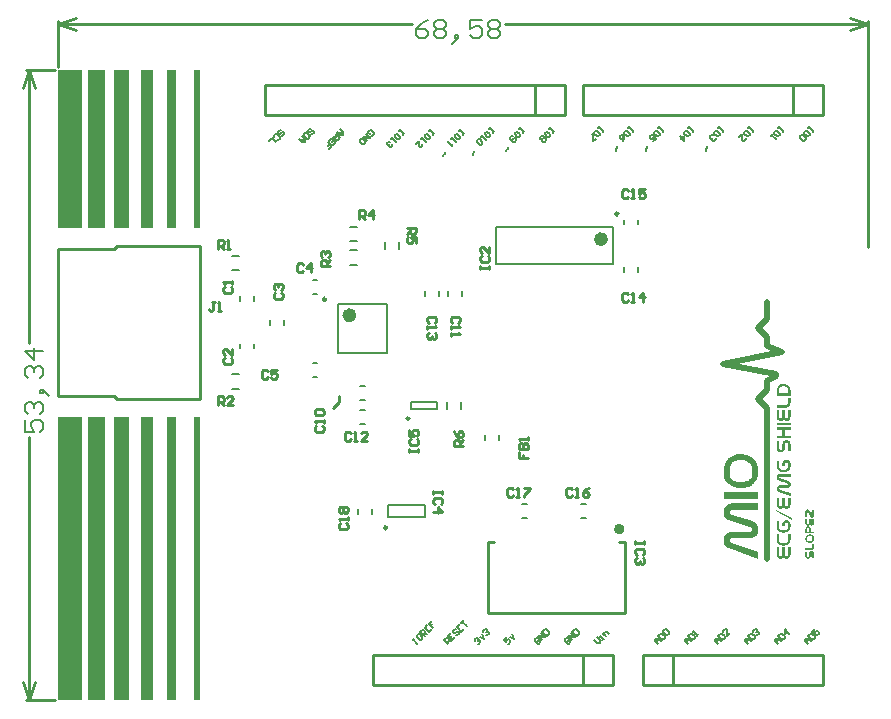
<source format=gto>
%FSLAX25Y25*%
%MOIN*%
G70*
G01*
G75*
G04 Layer_Color=65535*
%ADD10R,0.05512X0.03543*%
%ADD11R,0.03543X0.05512*%
%ADD12O,0.05512X0.01181*%
%ADD13O,0.01181X0.05512*%
%ADD14O,0.02362X0.05906*%
%ADD15R,0.02362X0.03937*%
%ADD16R,0.01575X0.03347*%
%ADD17R,0.03150X0.05512*%
%ADD18R,0.05512X0.03150*%
%ADD19C,0.01000*%
%ADD20C,0.02000*%
%ADD21C,0.02500*%
%ADD22C,0.03937*%
%ADD23C,0.12598*%
%ADD24R,0.06000X0.06000*%
%ADD25C,0.06000*%
%ADD26O,0.05906X0.09843*%
G04:AMPARAMS|DCode=27|XSize=157.48mil|YSize=78.74mil|CornerRadius=19.69mil|HoleSize=0mil|Usage=FLASHONLY|Rotation=0.000|XOffset=0mil|YOffset=0mil|HoleType=Round|Shape=RoundedRectangle|*
%AMROUNDEDRECTD27*
21,1,0.15748,0.03937,0,0,0.0*
21,1,0.11811,0.07874,0,0,0.0*
1,1,0.03937,0.05906,-0.01969*
1,1,0.03937,-0.05906,-0.01969*
1,1,0.03937,-0.05906,0.01969*
1,1,0.03937,0.05906,0.01969*
%
%ADD27ROUNDEDRECTD27*%
%ADD28C,0.05906*%
%ADD29C,0.04000*%
%ADD30C,0.00984*%
%ADD31C,0.02362*%
%ADD32C,0.01969*%
%ADD33C,0.00787*%
%ADD34C,0.00600*%
%ADD35C,0.00500*%
G36*
X244094Y74610D02*
X240682D01*
X240635Y74603D01*
X240572Y74595D01*
X240494Y74563D01*
X240424Y74524D01*
X240361Y74462D01*
X240314Y74376D01*
X240307Y74321D01*
X240299Y74259D01*
Y74251D01*
Y74243D01*
X240307Y74196D01*
X240330Y74142D01*
X240377Y74087D01*
X240392Y74079D01*
X240432Y74056D01*
X240502Y74025D01*
X240596Y73985D01*
X243431Y73056D01*
X243446Y73048D01*
X243485Y73040D01*
X243548Y73009D01*
X243626Y72970D01*
X243712Y72923D01*
X243798Y72853D01*
X243884Y72775D01*
X243962Y72673D01*
X243969Y72658D01*
X243993Y72627D01*
X244016Y72564D01*
X244048Y72486D01*
X244087Y72392D01*
X244110Y72275D01*
X244133Y72158D01*
X244141Y72025D01*
Y72017D01*
Y71986D01*
X244133Y71931D01*
Y71877D01*
X244126Y71799D01*
X244110Y71721D01*
X244071Y71557D01*
Y71549D01*
X244055Y71518D01*
X244040Y71478D01*
X244016Y71432D01*
X243946Y71307D01*
X243845Y71182D01*
X243837Y71174D01*
X243821Y71158D01*
X243790Y71127D01*
X243743Y71096D01*
X243696Y71049D01*
X243634Y71010D01*
X243493Y70932D01*
X243485D01*
X243454Y70916D01*
X243415Y70908D01*
X243353Y70893D01*
X243282Y70877D01*
X243204Y70862D01*
X243118Y70854D01*
X243024Y70846D01*
X240682D01*
X240635Y70838D01*
X240572Y70830D01*
X240494Y70807D01*
X240424Y70760D01*
X240361Y70697D01*
X240314Y70619D01*
X240307Y70565D01*
X240299Y70502D01*
Y70495D01*
Y70487D01*
X240307Y70440D01*
X240330Y70385D01*
X240377Y70338D01*
X240392Y70330D01*
X240432Y70307D01*
X240502Y70268D01*
X240596Y70229D01*
X244094Y69003D01*
Y68097D01*
X240205Y69487D01*
X240197D01*
X240190Y69495D01*
X240150Y69510D01*
X240088Y69542D01*
X240010Y69581D01*
X239932Y69635D01*
X239846Y69698D01*
X239760Y69784D01*
X239682Y69877D01*
X239674Y69893D01*
X239651Y69924D01*
X239619Y69987D01*
X239588Y70065D01*
X239557Y70159D01*
X239526Y70268D01*
X239502Y70385D01*
X239494Y70518D01*
Y70526D01*
Y70557D01*
X239502Y70604D01*
Y70666D01*
X239518Y70737D01*
X239533Y70815D01*
X239549Y70893D01*
X239580Y70979D01*
Y70986D01*
X239596Y71018D01*
X239612Y71057D01*
X239635Y71112D01*
X239705Y71229D01*
X239807Y71354D01*
X239815Y71361D01*
X239830Y71385D01*
X239861Y71408D01*
X239900Y71447D01*
X239955Y71486D01*
X240018Y71533D01*
X240080Y71572D01*
X240158Y71611D01*
X240166Y71619D01*
X240197Y71627D01*
X240236Y71643D01*
X240291Y71658D01*
X240361Y71674D01*
X240439Y71689D01*
X240525Y71705D01*
X242946D01*
X242993Y71713D01*
X243056Y71721D01*
X243126Y71744D01*
X243204Y71791D01*
X243267Y71846D01*
X243314Y71931D01*
X243321Y71978D01*
X243329Y72041D01*
Y72049D01*
Y72057D01*
X243321Y72103D01*
X243298Y72166D01*
X243259Y72213D01*
X243243Y72220D01*
X243204Y72252D01*
X243142Y72283D01*
X243056Y72322D01*
X240205Y73244D01*
X240197D01*
X240190Y73251D01*
X240150Y73267D01*
X240088Y73290D01*
X240010Y73337D01*
X239932Y73384D01*
X239846Y73454D01*
X239760Y73540D01*
X239682Y73634D01*
X239674Y73650D01*
X239651Y73689D01*
X239619Y73743D01*
X239588Y73822D01*
X239557Y73915D01*
X239526Y74025D01*
X239502Y74150D01*
X239494Y74274D01*
Y74282D01*
Y74313D01*
X239502Y74360D01*
Y74423D01*
X239518Y74493D01*
X239533Y74571D01*
X239549Y74649D01*
X239580Y74735D01*
Y74743D01*
X239596Y74774D01*
X239612Y74813D01*
X239635Y74868D01*
X239705Y74985D01*
X239807Y75110D01*
X239815Y75118D01*
X239830Y75141D01*
X239861Y75165D01*
X239900Y75204D01*
X239955Y75243D01*
X240018Y75290D01*
X240080Y75329D01*
X240158Y75368D01*
X240166Y75376D01*
X240197Y75384D01*
X240236Y75399D01*
X240291Y75415D01*
X240361Y75430D01*
X240439Y75446D01*
X240525Y75462D01*
X244094D01*
Y74610D01*
D02*
G37*
G36*
X242868Y80187D02*
X242931Y80179D01*
X243001Y80171D01*
X243087Y80155D01*
X243173Y80124D01*
X243267Y80093D01*
X243274Y80085D01*
X243306Y80077D01*
X243353Y80054D01*
X243407Y80023D01*
X243470Y79984D01*
X243540Y79929D01*
X243618Y79874D01*
X243688Y79812D01*
X243696Y79804D01*
X243720Y79781D01*
X243751Y79742D01*
X243790Y79695D01*
X243837Y79640D01*
X243891Y79570D01*
X243938Y79492D01*
X243985Y79406D01*
X243993Y79398D01*
X244001Y79367D01*
X244016Y79320D01*
X244040Y79257D01*
X244063Y79187D01*
X244079Y79109D01*
X244087Y79015D01*
X244094Y78922D01*
Y78140D01*
Y78133D01*
Y78117D01*
Y78086D01*
X244087Y78054D01*
Y78008D01*
X244079Y77945D01*
X244055Y77812D01*
X244024Y77656D01*
X243977Y77484D01*
X243899Y77289D01*
X243806Y77102D01*
X243688Y76907D01*
X243618Y76805D01*
X243532Y76719D01*
X243446Y76625D01*
X243353Y76539D01*
X243243Y76461D01*
X243126Y76383D01*
X243001Y76313D01*
X242868Y76250D01*
X242720Y76196D01*
X242564Y76149D01*
X242392Y76110D01*
X242212Y76079D01*
X242017Y76063D01*
X241806Y76055D01*
X241736D01*
X241689Y76063D01*
X241642D01*
X241580Y76071D01*
X241509Y76079D01*
X241431Y76086D01*
X241260Y76118D01*
X241072Y76165D01*
X240861Y76227D01*
X240650Y76313D01*
X240439Y76430D01*
X240229Y76563D01*
X240135Y76641D01*
X240041Y76735D01*
X239947Y76828D01*
X239869Y76938D01*
X239791Y77047D01*
X239721Y77172D01*
X239658Y77305D01*
X239612Y77453D01*
X239565Y77609D01*
X239533Y77773D01*
X239518Y77953D01*
X239510Y78140D01*
Y79812D01*
X240314D01*
Y77937D01*
Y77930D01*
Y77914D01*
Y77883D01*
X240322Y77851D01*
Y77805D01*
X240330Y77750D01*
X240361Y77633D01*
X240400Y77500D01*
X240463Y77359D01*
X240557Y77235D01*
X240611Y77172D01*
X240674Y77117D01*
X240682D01*
X240689Y77109D01*
X240713Y77094D01*
X240744Y77078D01*
X240783Y77055D01*
X240830Y77031D01*
X240885Y77008D01*
X240947Y76985D01*
X241025Y76961D01*
X241111Y76938D01*
X241205Y76914D01*
X241306Y76891D01*
X241416Y76875D01*
X241541Y76860D01*
X241673Y76852D01*
X241877D01*
X241955Y76860D01*
X242048Y76867D01*
X242158Y76883D01*
X242283Y76907D01*
X242415Y76946D01*
X242556Y76985D01*
X242696Y77047D01*
X242829Y77117D01*
X242954Y77203D01*
X243064Y77305D01*
X243157Y77430D01*
X243235Y77570D01*
X243282Y77742D01*
X243290Y77828D01*
X243298Y77930D01*
Y78890D01*
Y78898D01*
Y78906D01*
X243290Y78953D01*
X243274Y79015D01*
X243251Y79085D01*
Y79093D01*
X243243Y79101D01*
X243220Y79140D01*
X243181Y79195D01*
X243134Y79242D01*
X243118Y79257D01*
X243079Y79281D01*
X243024Y79320D01*
X242954Y79351D01*
X242946D01*
X242939Y79359D01*
X242892Y79374D01*
X242822Y79382D01*
X242736Y79390D01*
X242696D01*
X242657Y79382D01*
X242603Y79374D01*
X242548Y79359D01*
X242486Y79328D01*
X242423Y79296D01*
X242361Y79250D01*
X242353Y79242D01*
X242337Y79226D01*
X242306Y79195D01*
X242275Y79156D01*
X242251Y79101D01*
X242220Y79039D01*
X242204Y78968D01*
X242197Y78890D01*
Y78164D01*
X241384D01*
Y78929D01*
Y78945D01*
Y78976D01*
X241392Y79023D01*
X241400Y79093D01*
X241408Y79164D01*
X241431Y79250D01*
X241455Y79335D01*
X241494Y79421D01*
X241502Y79429D01*
X241509Y79460D01*
X241533Y79507D01*
X241564Y79562D01*
X241611Y79624D01*
X241658Y79695D01*
X241712Y79757D01*
X241783Y79827D01*
X241791Y79835D01*
X241814Y79859D01*
X241853Y79890D01*
X241908Y79929D01*
X241970Y79968D01*
X242040Y80015D01*
X242126Y80054D01*
X242220Y80093D01*
X242228Y80101D01*
X242267Y80109D01*
X242314Y80124D01*
X242384Y80148D01*
X242462Y80163D01*
X242556Y80179D01*
X242665Y80187D01*
X242775Y80194D01*
X242814D01*
X242868Y80187D01*
D02*
G37*
G36*
X244696Y60826D02*
Y60256D01*
X239354Y63020D01*
Y63590D01*
X244696Y60826D01*
D02*
G37*
G36*
X244094Y65324D02*
Y65316D01*
Y65309D01*
Y65285D01*
Y65262D01*
X244087Y65184D01*
X244079Y65090D01*
X244071Y64981D01*
X244048Y64871D01*
X244024Y64754D01*
X243985Y64645D01*
X243977Y64629D01*
X243962Y64598D01*
X243938Y64551D01*
X243899Y64489D01*
X243860Y64418D01*
X243806Y64340D01*
X243743Y64270D01*
X243673Y64200D01*
X243665Y64192D01*
X243641Y64168D01*
X243595Y64145D01*
X243548Y64106D01*
X243478Y64067D01*
X243407Y64020D01*
X243321Y63981D01*
X243235Y63950D01*
X243228D01*
X243196Y63942D01*
X243142Y63926D01*
X243079Y63918D01*
X243009Y63903D01*
X242923Y63887D01*
X242736Y63879D01*
X242689D01*
X242634Y63887D01*
X242564Y63895D01*
X242486Y63903D01*
X242400Y63926D01*
X242298Y63950D01*
X242204Y63989D01*
X242197Y63996D01*
X242158Y64012D01*
X242111Y64043D01*
X242056Y64082D01*
X241994Y64137D01*
X241923Y64200D01*
X241853Y64278D01*
X241791Y64371D01*
X241783Y64364D01*
X241759Y64325D01*
X241728Y64278D01*
X241673Y64223D01*
X241619Y64161D01*
X241541Y64098D01*
X241462Y64036D01*
X241369Y63989D01*
X241353Y63981D01*
X241322Y63973D01*
X241275Y63958D01*
X241205Y63934D01*
X241127Y63911D01*
X241041Y63895D01*
X240955Y63887D01*
X240861Y63879D01*
X240814D01*
X240752Y63887D01*
X240682D01*
X240596Y63903D01*
X240502Y63918D01*
X240408Y63934D01*
X240314Y63965D01*
X240307Y63973D01*
X240275Y63981D01*
X240229Y64004D01*
X240166Y64028D01*
X240096Y64067D01*
X240025Y64114D01*
X239955Y64161D01*
X239885Y64223D01*
X239877Y64231D01*
X239854Y64254D01*
X239822Y64293D01*
X239783Y64348D01*
X239737Y64411D01*
X239690Y64489D01*
X239651Y64574D01*
X239612Y64676D01*
X239604Y64692D01*
X239596Y64723D01*
X239580Y64785D01*
X239557Y64864D01*
X239541Y64957D01*
X239526Y65066D01*
X239518Y65192D01*
X239510Y65324D01*
Y67613D01*
X240314D01*
Y65199D01*
Y65192D01*
Y65184D01*
X240322Y65137D01*
X240330Y65066D01*
X240361Y64996D01*
Y64988D01*
X240369Y64981D01*
X240392Y64942D01*
X240424Y64887D01*
X240478Y64832D01*
X240494Y64824D01*
X240525Y64793D01*
X240580Y64754D01*
X240650Y64715D01*
X240658D01*
X240666Y64707D01*
X240713Y64699D01*
X240775Y64684D01*
X240845Y64676D01*
X240885D01*
X240924Y64684D01*
X240978Y64692D01*
X241041Y64715D01*
X241103Y64739D01*
X241166Y64777D01*
X241228Y64824D01*
X241236Y64832D01*
X241252Y64848D01*
X241275Y64887D01*
X241306Y64926D01*
X241338Y64981D01*
X241361Y65051D01*
X241377Y65121D01*
X241384Y65207D01*
Y67613D01*
X242197D01*
Y65199D01*
Y65192D01*
Y65184D01*
X242204Y65137D01*
X242212Y65066D01*
X242244Y64996D01*
Y64988D01*
X242251Y64981D01*
X242275Y64942D01*
X242306Y64887D01*
X242353Y64832D01*
X242369Y64824D01*
X242400Y64793D01*
X242454Y64754D01*
X242525Y64715D01*
X242532D01*
X242540Y64707D01*
X242587Y64699D01*
X242650Y64684D01*
X242728Y64676D01*
X242767D01*
X242814Y64684D01*
X242876Y64692D01*
X242939Y64715D01*
X243009Y64739D01*
X243079Y64777D01*
X243142Y64824D01*
X243149Y64832D01*
X243165Y64848D01*
X243189Y64887D01*
X243220Y64926D01*
X243251Y64981D01*
X243274Y65051D01*
X243290Y65121D01*
X243298Y65207D01*
Y67613D01*
X244094D01*
Y65324D01*
D02*
G37*
G36*
X242868Y86763D02*
X242923D01*
X242986Y86747D01*
X243134Y86724D01*
X243298Y86677D01*
X243462Y86607D01*
X243540Y86567D01*
X243618Y86513D01*
X243688Y86458D01*
X243759Y86388D01*
Y86380D01*
X243774Y86372D01*
X243790Y86349D01*
X243813Y86317D01*
X243837Y86278D01*
X243868Y86232D01*
X243891Y86177D01*
X243923Y86115D01*
X243954Y86036D01*
X243985Y85958D01*
X244016Y85872D01*
X244040Y85779D01*
X244079Y85560D01*
X244087Y85443D01*
X244094Y85318D01*
Y82959D01*
X243298D01*
Y85466D01*
Y85474D01*
Y85505D01*
X243290Y85544D01*
X243274Y85591D01*
X243259Y85646D01*
X243228Y85708D01*
X243189Y85763D01*
X243134Y85818D01*
X243126Y85826D01*
X243103Y85841D01*
X243071Y85865D01*
X243024Y85888D01*
X242962Y85911D01*
X242900Y85935D01*
X242822Y85950D01*
X242736Y85958D01*
X242696D01*
X242657Y85950D01*
X242603Y85943D01*
X242548Y85927D01*
X242486Y85896D01*
X242423Y85865D01*
X242361Y85818D01*
X242353Y85810D01*
X242337Y85794D01*
X242306Y85763D01*
X242275Y85724D01*
X242251Y85677D01*
X242220Y85615D01*
X242204Y85544D01*
X242197Y85466D01*
Y84178D01*
Y84170D01*
Y84162D01*
Y84139D01*
Y84115D01*
X242189Y84037D01*
X242181Y83943D01*
X242165Y83834D01*
X242150Y83725D01*
X242119Y83607D01*
X242079Y83498D01*
X242072Y83482D01*
X242056Y83451D01*
X242033Y83404D01*
X241994Y83342D01*
X241947Y83272D01*
X241892Y83193D01*
X241830Y83123D01*
X241759Y83053D01*
X241752Y83045D01*
X241728Y83022D01*
X241681Y82998D01*
X241634Y82959D01*
X241572Y82920D01*
X241494Y82873D01*
X241416Y82834D01*
X241330Y82803D01*
X241322D01*
X241291Y82795D01*
X241244Y82780D01*
X241181Y82772D01*
X241111Y82756D01*
X241033Y82740D01*
X240861Y82733D01*
X240814D01*
X240760Y82740D01*
X240689D01*
X240611Y82748D01*
X240525Y82764D01*
X240338Y82811D01*
X240330Y82819D01*
X240299Y82826D01*
X240252Y82842D01*
X240190Y82873D01*
X240127Y82904D01*
X240057Y82951D01*
X239979Y82998D01*
X239908Y83061D01*
X239900Y83069D01*
X239877Y83092D01*
X239846Y83131D01*
X239799Y83186D01*
X239752Y83248D01*
X239705Y83326D01*
X239658Y83412D01*
X239619Y83514D01*
X239612Y83529D01*
X239604Y83561D01*
X239588Y83623D01*
X239565Y83701D01*
X239541Y83795D01*
X239526Y83912D01*
X239518Y84037D01*
X239510Y84178D01*
Y86466D01*
X240314D01*
Y84053D01*
Y84045D01*
Y84037D01*
X240322Y83990D01*
X240330Y83920D01*
X240361Y83850D01*
Y83842D01*
X240369Y83834D01*
X240392Y83795D01*
X240424Y83740D01*
X240478Y83686D01*
X240494Y83678D01*
X240525Y83647D01*
X240580Y83607D01*
X240650Y83568D01*
X240658D01*
X240666Y83561D01*
X240713Y83553D01*
X240775Y83537D01*
X240845Y83529D01*
X240885D01*
X240924Y83537D01*
X240978Y83545D01*
X241041Y83568D01*
X241103Y83592D01*
X241166Y83631D01*
X241228Y83678D01*
X241236Y83686D01*
X241252Y83709D01*
X241275Y83740D01*
X241306Y83787D01*
X241338Y83842D01*
X241361Y83904D01*
X241377Y83982D01*
X241384Y84060D01*
Y85326D01*
Y85334D01*
Y85357D01*
Y85388D01*
X241392Y85435D01*
Y85490D01*
X241400Y85560D01*
X241424Y85708D01*
X241462Y85880D01*
X241525Y86052D01*
X241611Y86224D01*
X241658Y86302D01*
X241720Y86380D01*
Y86388D01*
X241736Y86396D01*
X241759Y86419D01*
X241783Y86443D01*
X241822Y86474D01*
X241861Y86505D01*
X241915Y86536D01*
X241970Y86575D01*
X242040Y86614D01*
X242111Y86646D01*
X242197Y86677D01*
X242290Y86708D01*
X242384Y86731D01*
X242493Y86755D01*
X242603Y86763D01*
X242728Y86770D01*
X242822D01*
X242868Y86763D01*
D02*
G37*
G36*
X244094Y94588D02*
Y94581D01*
Y94573D01*
Y94549D01*
Y94526D01*
X244087Y94448D01*
X244079Y94354D01*
X244071Y94245D01*
X244048Y94135D01*
X244024Y94018D01*
X243985Y93909D01*
X243977Y93893D01*
X243962Y93862D01*
X243938Y93815D01*
X243899Y93753D01*
X243860Y93682D01*
X243806Y93604D01*
X243743Y93534D01*
X243673Y93464D01*
X243665Y93456D01*
X243641Y93432D01*
X243595Y93409D01*
X243548Y93370D01*
X243478Y93331D01*
X243407Y93284D01*
X243321Y93245D01*
X243235Y93214D01*
X243228D01*
X243196Y93206D01*
X243142Y93190D01*
X243079Y93182D01*
X243009Y93167D01*
X242923Y93151D01*
X242736Y93143D01*
X242689D01*
X242634Y93151D01*
X242564Y93159D01*
X242486Y93167D01*
X242400Y93190D01*
X242298Y93214D01*
X242204Y93253D01*
X242197Y93261D01*
X242158Y93276D01*
X242111Y93308D01*
X242056Y93347D01*
X241994Y93401D01*
X241923Y93464D01*
X241853Y93542D01*
X241791Y93635D01*
X241783Y93628D01*
X241759Y93589D01*
X241728Y93542D01*
X241673Y93487D01*
X241619Y93425D01*
X241541Y93362D01*
X241462Y93300D01*
X241369Y93253D01*
X241353Y93245D01*
X241322Y93237D01*
X241275Y93222D01*
X241205Y93198D01*
X241127Y93175D01*
X241041Y93159D01*
X240955Y93151D01*
X240861Y93143D01*
X240814D01*
X240752Y93151D01*
X240682D01*
X240596Y93167D01*
X240502Y93182D01*
X240408Y93198D01*
X240314Y93229D01*
X240307Y93237D01*
X240275Y93245D01*
X240229Y93268D01*
X240166Y93292D01*
X240096Y93331D01*
X240025Y93378D01*
X239955Y93425D01*
X239885Y93487D01*
X239877Y93495D01*
X239854Y93518D01*
X239822Y93557D01*
X239783Y93612D01*
X239737Y93674D01*
X239690Y93753D01*
X239651Y93839D01*
X239612Y93940D01*
X239604Y93956D01*
X239596Y93987D01*
X239580Y94049D01*
X239557Y94128D01*
X239541Y94221D01*
X239526Y94331D01*
X239518Y94455D01*
X239510Y94588D01*
Y96877D01*
X240314D01*
Y94463D01*
Y94455D01*
Y94448D01*
X240322Y94401D01*
X240330Y94331D01*
X240361Y94260D01*
Y94253D01*
X240369Y94245D01*
X240392Y94206D01*
X240424Y94151D01*
X240478Y94096D01*
X240494Y94089D01*
X240525Y94057D01*
X240580Y94018D01*
X240650Y93979D01*
X240658D01*
X240666Y93971D01*
X240713Y93963D01*
X240775Y93948D01*
X240845Y93940D01*
X240885D01*
X240924Y93948D01*
X240978Y93956D01*
X241041Y93979D01*
X241103Y94003D01*
X241166Y94042D01*
X241228Y94089D01*
X241236Y94096D01*
X241252Y94112D01*
X241275Y94151D01*
X241306Y94190D01*
X241338Y94245D01*
X241361Y94315D01*
X241377Y94385D01*
X241384Y94471D01*
Y96877D01*
X242197D01*
Y94463D01*
Y94455D01*
Y94448D01*
X242204Y94401D01*
X242212Y94331D01*
X242244Y94260D01*
Y94253D01*
X242251Y94245D01*
X242275Y94206D01*
X242306Y94151D01*
X242353Y94096D01*
X242369Y94089D01*
X242400Y94057D01*
X242454Y94018D01*
X242525Y93979D01*
X242532D01*
X242540Y93971D01*
X242587Y93963D01*
X242650Y93948D01*
X242728Y93940D01*
X242767D01*
X242814Y93948D01*
X242876Y93956D01*
X242939Y93979D01*
X243009Y94003D01*
X243079Y94042D01*
X243142Y94089D01*
X243149Y94096D01*
X243165Y94112D01*
X243189Y94151D01*
X243220Y94190D01*
X243251Y94245D01*
X243274Y94315D01*
X243290Y94385D01*
X243298Y94471D01*
Y96877D01*
X244094D01*
Y94588D01*
D02*
G37*
G36*
Y99563D02*
Y99555D01*
Y99540D01*
Y99516D01*
Y99477D01*
X244087Y99438D01*
Y99384D01*
X244079Y99266D01*
X244063Y99126D01*
X244040Y98978D01*
X244009Y98829D01*
X243962Y98681D01*
Y98673D01*
X243954Y98665D01*
X243938Y98618D01*
X243907Y98548D01*
X243860Y98454D01*
X243806Y98353D01*
X243735Y98251D01*
X243657Y98142D01*
X243563Y98040D01*
X243548Y98032D01*
X243517Y98001D01*
X243462Y97954D01*
X243384Y97900D01*
X243290Y97837D01*
X243181Y97775D01*
X243064Y97712D01*
X242931Y97658D01*
X242923D01*
X242915Y97650D01*
X242868Y97642D01*
X242790Y97619D01*
X242689Y97595D01*
X242571Y97572D01*
X242431Y97556D01*
X242275Y97540D01*
X242111Y97533D01*
X239510D01*
Y98345D01*
X242173D01*
X242212Y98353D01*
X242259D01*
X242314Y98361D01*
X242439Y98384D01*
X242579Y98423D01*
X242728Y98478D01*
X242868Y98556D01*
X242993Y98657D01*
X243009Y98673D01*
X243040Y98720D01*
X243087Y98790D01*
X243142Y98892D01*
X243204Y99017D01*
X243251Y99165D01*
X243282Y99345D01*
X243298Y99540D01*
Y100938D01*
X244094D01*
Y99563D01*
D02*
G37*
G36*
Y90285D02*
X242197D01*
Y88161D01*
X244094D01*
Y87348D01*
X239510D01*
Y88161D01*
X241384D01*
Y90285D01*
X239510D01*
Y91089D01*
X244094D01*
Y90285D01*
D02*
G37*
G36*
Y91746D02*
X239510D01*
Y92558D01*
X244094D01*
Y91746D01*
D02*
G37*
G36*
X250617Y55340D02*
X250656Y55335D01*
X250700Y55330D01*
X250748Y55325D01*
X250861Y55306D01*
X250983Y55277D01*
X251110Y55233D01*
X251246Y55179D01*
X251383Y55111D01*
X251510Y55023D01*
X251573Y54974D01*
X251632Y54915D01*
X251690Y54857D01*
X251744Y54789D01*
X251793Y54715D01*
X251837Y54637D01*
X251876Y54554D01*
X251905Y54462D01*
X251934Y54364D01*
X251954Y54261D01*
X251964Y54149D01*
X251969Y54027D01*
Y53808D01*
Y53803D01*
Y53793D01*
Y53773D01*
X251964Y53749D01*
Y53720D01*
X251959Y53686D01*
X251944Y53603D01*
X251925Y53500D01*
X251890Y53388D01*
X251847Y53271D01*
X251788Y53149D01*
X251710Y53022D01*
X251666Y52964D01*
X251617Y52905D01*
X251559Y52846D01*
X251500Y52793D01*
X251432Y52739D01*
X251359Y52690D01*
X251280Y52646D01*
X251193Y52607D01*
X251100Y52573D01*
X251002Y52544D01*
X250895Y52519D01*
X250778Y52500D01*
X250656Y52490D01*
X250524Y52485D01*
X250475D01*
X250446Y52490D01*
X250417D01*
X250378Y52495D01*
X250334Y52500D01*
X250285Y52505D01*
X250178Y52529D01*
X250056Y52558D01*
X249924Y52597D01*
X249792Y52651D01*
X249660Y52724D01*
X249529Y52812D01*
X249465Y52861D01*
X249407Y52920D01*
X249353Y52978D01*
X249299Y53046D01*
X249250Y53120D01*
X249206Y53198D01*
X249167Y53281D01*
X249138Y53373D01*
X249109Y53471D01*
X249089Y53574D01*
X249079Y53686D01*
X249075Y53808D01*
Y54022D01*
Y54027D01*
Y54037D01*
Y54057D01*
X249079Y54081D01*
Y54110D01*
X249084Y54144D01*
X249099Y54227D01*
X249119Y54325D01*
X249148Y54437D01*
X249197Y54559D01*
X249255Y54681D01*
X249328Y54803D01*
X249377Y54862D01*
X249426Y54920D01*
X249480Y54979D01*
X249543Y55033D01*
X249607Y55086D01*
X249680Y55135D01*
X249758Y55179D01*
X249846Y55218D01*
X249938Y55257D01*
X250036Y55286D01*
X250143Y55311D01*
X250256Y55330D01*
X250378Y55340D01*
X250509Y55345D01*
X250588D01*
X250617Y55340D01*
D02*
G37*
G36*
X250036Y57995D02*
X250085Y57990D01*
X250138Y57980D01*
X250251Y57951D01*
X250256D01*
X250275Y57941D01*
X250304Y57931D01*
X250343Y57912D01*
X250387Y57892D01*
X250436Y57863D01*
X250485Y57829D01*
X250534Y57790D01*
X250539Y57785D01*
X250553Y57770D01*
X250578Y57746D01*
X250602Y57712D01*
X250636Y57668D01*
X250665Y57619D01*
X250700Y57560D01*
X250729Y57497D01*
X250734Y57487D01*
X250739Y57468D01*
X250753Y57429D01*
X250763Y57380D01*
X250778Y57316D01*
X250792Y57243D01*
X250797Y57160D01*
X250802Y57072D01*
Y56209D01*
X251969D01*
Y55623D01*
X249075D01*
Y57072D01*
Y57077D01*
Y57082D01*
Y57112D01*
X249079Y57155D01*
X249084Y57214D01*
X249094Y57277D01*
X249104Y57351D01*
X249124Y57419D01*
X249148Y57487D01*
X249153Y57497D01*
X249163Y57516D01*
X249177Y57551D01*
X249197Y57590D01*
X249226Y57639D01*
X249255Y57687D01*
X249294Y57736D01*
X249338Y57780D01*
X249343Y57785D01*
X249358Y57800D01*
X249382Y57819D01*
X249416Y57843D01*
X249455Y57873D01*
X249504Y57902D01*
X249553Y57926D01*
X249611Y57946D01*
X249616Y57951D01*
X249641Y57956D01*
X249670Y57965D01*
X249709Y57975D01*
X249763Y57985D01*
X249816Y57990D01*
X249880Y58000D01*
X249997D01*
X250036Y57995D01*
D02*
G37*
G36*
X251173Y49796D02*
X251212Y49791D01*
X251251Y49787D01*
X251349Y49772D01*
X251451Y49743D01*
X251559Y49699D01*
X251612Y49670D01*
X251661Y49635D01*
X251710Y49596D01*
X251754Y49552D01*
Y49547D01*
X251764Y49543D01*
X251773Y49528D01*
X251788Y49508D01*
X251803Y49479D01*
X251822Y49450D01*
X251842Y49416D01*
X251861Y49372D01*
X251881Y49328D01*
X251900Y49274D01*
X251920Y49220D01*
X251934Y49157D01*
X251959Y49020D01*
X251964Y48942D01*
X251969Y48864D01*
Y47381D01*
X251397D01*
Y48962D01*
Y48967D01*
Y48981D01*
X251393Y49001D01*
X251388Y49025D01*
X251378Y49055D01*
X251363Y49084D01*
X251344Y49113D01*
X251315Y49142D01*
X251310Y49147D01*
X251300Y49157D01*
X251280Y49167D01*
X251256Y49182D01*
X251222Y49196D01*
X251183Y49211D01*
X251144Y49216D01*
X251095Y49220D01*
X251076D01*
X251051Y49216D01*
X251027Y49211D01*
X250992Y49201D01*
X250958Y49186D01*
X250924Y49167D01*
X250890Y49142D01*
X250885Y49137D01*
X250875Y49128D01*
X250861Y49113D01*
X250846Y49094D01*
X250832Y49064D01*
X250817Y49035D01*
X250807Y49001D01*
X250802Y48962D01*
Y48171D01*
Y48166D01*
Y48162D01*
Y48147D01*
Y48127D01*
X250797Y48079D01*
X250792Y48020D01*
X250783Y47952D01*
X250773Y47879D01*
X250753Y47805D01*
X250729Y47732D01*
X250724Y47722D01*
X250714Y47703D01*
X250700Y47669D01*
X250675Y47630D01*
X250646Y47586D01*
X250612Y47537D01*
X250573Y47488D01*
X250529Y47444D01*
X250524Y47439D01*
X250504Y47425D01*
X250480Y47410D01*
X250446Y47386D01*
X250407Y47361D01*
X250358Y47332D01*
X250304Y47308D01*
X250251Y47288D01*
X250246D01*
X250221Y47278D01*
X250192Y47273D01*
X250153Y47264D01*
X250109Y47254D01*
X250056Y47249D01*
X249943Y47239D01*
X249914D01*
X249880Y47244D01*
X249836D01*
X249787Y47249D01*
X249729Y47259D01*
X249611Y47288D01*
X249607Y47293D01*
X249587Y47298D01*
X249558Y47312D01*
X249519Y47327D01*
X249475Y47351D01*
X249431Y47381D01*
X249382Y47415D01*
X249338Y47454D01*
X249333Y47459D01*
X249319Y47473D01*
X249294Y47503D01*
X249270Y47537D01*
X249236Y47576D01*
X249206Y47625D01*
X249177Y47683D01*
X249148Y47747D01*
X249143Y47756D01*
X249138Y47776D01*
X249124Y47815D01*
X249109Y47864D01*
X249099Y47927D01*
X249084Y48000D01*
X249079Y48083D01*
X249075Y48171D01*
Y49616D01*
X249655D01*
Y48093D01*
Y48088D01*
Y48083D01*
X249660Y48059D01*
X249665Y48025D01*
X249680Y47986D01*
X249685Y47976D01*
X249694Y47957D01*
X249714Y47927D01*
X249738Y47898D01*
X249743Y47893D01*
X249763Y47879D01*
X249792Y47859D01*
X249831Y47839D01*
X249841Y47835D01*
X249860Y47830D01*
X249894Y47820D01*
X249938Y47815D01*
X249958D01*
X249982Y47820D01*
X250012Y47825D01*
X250041Y47835D01*
X250075Y47849D01*
X250109Y47869D01*
X250143Y47898D01*
X250148Y47903D01*
X250158Y47913D01*
X250168Y47932D01*
X250182Y47952D01*
X250202Y47981D01*
X250212Y48015D01*
X250221Y48054D01*
X250226Y48093D01*
Y48874D01*
Y48879D01*
Y48893D01*
Y48913D01*
X250231Y48942D01*
Y48981D01*
X250236Y49020D01*
X250256Y49118D01*
X250280Y49225D01*
X250319Y49338D01*
X250373Y49445D01*
X250407Y49499D01*
X250446Y49547D01*
Y49552D01*
X250456Y49557D01*
X250470Y49572D01*
X250485Y49586D01*
X250509Y49606D01*
X250534Y49626D01*
X250568Y49650D01*
X250607Y49674D01*
X250651Y49699D01*
X250695Y49723D01*
X250748Y49743D01*
X250807Y49762D01*
X250870Y49777D01*
X250934Y49791D01*
X251007Y49796D01*
X251085Y49801D01*
X251144D01*
X251173Y49796D01*
D02*
G37*
G36*
X251969Y51363D02*
Y51358D01*
Y51348D01*
Y51333D01*
Y51309D01*
X251964Y51280D01*
Y51251D01*
X251959Y51173D01*
X251949Y51090D01*
X251929Y50997D01*
X251910Y50899D01*
X251881Y50806D01*
Y50802D01*
X251876Y50797D01*
X251866Y50767D01*
X251842Y50723D01*
X251817Y50665D01*
X251778Y50602D01*
X251734Y50533D01*
X251686Y50465D01*
X251627Y50401D01*
X251617Y50397D01*
X251598Y50372D01*
X251564Y50343D01*
X251515Y50309D01*
X251456Y50270D01*
X251388Y50226D01*
X251315Y50187D01*
X251232Y50153D01*
X251227D01*
X251222Y50148D01*
X251207D01*
X251193Y50143D01*
X251144Y50128D01*
X251080Y50113D01*
X251002Y50099D01*
X250914Y50089D01*
X250817Y50079D01*
X250710Y50074D01*
X249075D01*
Y50660D01*
X250744D01*
X250768Y50665D01*
X250797D01*
X250827Y50670D01*
X250900Y50684D01*
X250983Y50704D01*
X251071Y50738D01*
X251149Y50782D01*
X251222Y50841D01*
X251232Y50850D01*
X251251Y50875D01*
X251275Y50914D01*
X251310Y50972D01*
X251344Y51046D01*
X251368Y51133D01*
X251388Y51231D01*
X251397Y51348D01*
Y52251D01*
X251969D01*
Y51363D01*
D02*
G37*
G36*
Y59171D02*
Y59166D01*
Y59161D01*
Y59146D01*
Y59127D01*
X251964Y59083D01*
X251959Y59020D01*
X251949Y58951D01*
X251939Y58883D01*
X251920Y58805D01*
X251895Y58736D01*
X251890Y58727D01*
X251881Y58707D01*
X251866Y58673D01*
X251842Y58634D01*
X251812Y58585D01*
X251778Y58536D01*
X251739Y58488D01*
X251695Y58444D01*
X251690Y58439D01*
X251671Y58424D01*
X251646Y58410D01*
X251612Y58385D01*
X251573Y58361D01*
X251524Y58331D01*
X251471Y58307D01*
X251417Y58288D01*
X251412D01*
X251388Y58278D01*
X251359Y58273D01*
X251320Y58263D01*
X251271Y58253D01*
X251217Y58249D01*
X251095Y58239D01*
X251066D01*
X251027Y58244D01*
X250983Y58249D01*
X250929Y58258D01*
X250870Y58268D01*
X250812Y58288D01*
X250748Y58312D01*
X250739Y58317D01*
X250719Y58327D01*
X250690Y58341D01*
X250656Y58371D01*
X250617Y58400D01*
X250578Y58439D01*
X250543Y58488D01*
X250514Y58541D01*
X250509Y58536D01*
X250500Y58517D01*
X250485Y58488D01*
X250461Y58453D01*
X250426Y58414D01*
X250382Y58380D01*
X250334Y58341D01*
X250275Y58312D01*
X250265Y58307D01*
X250246Y58302D01*
X250212Y58288D01*
X250168Y58278D01*
X250119Y58263D01*
X250065Y58249D01*
X250002Y58244D01*
X249943Y58239D01*
X249914D01*
X249875Y58244D01*
X249831D01*
X249777Y58253D01*
X249719Y58263D01*
X249660Y58273D01*
X249602Y58292D01*
X249597Y58297D01*
X249572Y58302D01*
X249543Y58317D01*
X249504Y58336D01*
X249465Y58361D01*
X249416Y58390D01*
X249367Y58424D01*
X249324Y58463D01*
X249319Y58468D01*
X249304Y58483D01*
X249285Y58512D01*
X249255Y58546D01*
X249226Y58585D01*
X249197Y58634D01*
X249167Y58693D01*
X249143Y58756D01*
X249138Y58766D01*
X249133Y58785D01*
X249124Y58824D01*
X249109Y58873D01*
X249094Y58937D01*
X249084Y59005D01*
X249079Y59083D01*
X249075Y59171D01*
Y60615D01*
X249655D01*
Y59093D01*
Y59088D01*
Y59083D01*
X249660Y59059D01*
X249665Y59024D01*
X249680Y58985D01*
X249685Y58976D01*
X249694Y58956D01*
X249714Y58927D01*
X249738Y58898D01*
X249743Y58893D01*
X249763Y58878D01*
X249792Y58859D01*
X249831Y58839D01*
X249841Y58834D01*
X249860Y58829D01*
X249894Y58819D01*
X249938Y58815D01*
X249958D01*
X249982Y58819D01*
X250012Y58824D01*
X250041Y58834D01*
X250075Y58849D01*
X250109Y58868D01*
X250143Y58893D01*
X250148Y58898D01*
X250158Y58907D01*
X250168Y58922D01*
X250182Y58946D01*
X250202Y58976D01*
X250212Y59010D01*
X250221Y59049D01*
X250226Y59093D01*
Y60615D01*
X250802D01*
Y59093D01*
Y59088D01*
Y59083D01*
X250807Y59059D01*
X250812Y59024D01*
X250827Y58985D01*
X250832Y58976D01*
X250841Y58956D01*
X250866Y58927D01*
X250890Y58898D01*
X250895Y58893D01*
X250914Y58878D01*
X250944Y58859D01*
X250983Y58839D01*
X250992Y58834D01*
X251012Y58829D01*
X251046Y58819D01*
X251085Y58815D01*
X251110D01*
X251134Y58819D01*
X251168Y58824D01*
X251202Y58834D01*
X251241Y58849D01*
X251280Y58868D01*
X251315Y58893D01*
X251320Y58898D01*
X251329Y58907D01*
X251339Y58922D01*
X251354Y58946D01*
X251373Y58976D01*
X251383Y59010D01*
X251393Y59049D01*
X251397Y59093D01*
Y60615D01*
X251969D01*
Y59171D01*
D02*
G37*
G36*
X240314Y53461D02*
Y53453D01*
Y53437D01*
Y53406D01*
X240322Y53375D01*
Y53328D01*
X240330Y53273D01*
X240361Y53156D01*
X240400Y53023D01*
X240463Y52883D01*
X240557Y52758D01*
X240611Y52696D01*
X240674Y52641D01*
X240682D01*
X240689Y52633D01*
X240713Y52617D01*
X240744Y52602D01*
X240783Y52578D01*
X240830Y52555D01*
X240885Y52531D01*
X240947Y52508D01*
X241025Y52485D01*
X241111Y52461D01*
X241205Y52438D01*
X241306Y52414D01*
X241416Y52399D01*
X241541Y52383D01*
X241673Y52375D01*
X241877D01*
X241955Y52383D01*
X242048Y52391D01*
X242158Y52407D01*
X242283Y52430D01*
X242415Y52469D01*
X242556Y52508D01*
X242696Y52570D01*
X242829Y52641D01*
X242954Y52727D01*
X243064Y52828D01*
X243157Y52953D01*
X243235Y53094D01*
X243282Y53266D01*
X243290Y53351D01*
X243298Y53453D01*
Y55327D01*
X244094D01*
Y53664D01*
Y53656D01*
Y53641D01*
Y53609D01*
X244087Y53578D01*
Y53531D01*
X244079Y53469D01*
X244055Y53336D01*
X244024Y53180D01*
X243977Y53008D01*
X243899Y52813D01*
X243806Y52625D01*
X243688Y52430D01*
X243618Y52328D01*
X243532Y52242D01*
X243446Y52149D01*
X243353Y52063D01*
X243243Y51985D01*
X243126Y51907D01*
X243001Y51836D01*
X242868Y51774D01*
X242720Y51719D01*
X242564Y51672D01*
X242392Y51633D01*
X242212Y51602D01*
X242017Y51587D01*
X241806Y51579D01*
X241736D01*
X241689Y51587D01*
X241642D01*
X241580Y51594D01*
X241509Y51602D01*
X241431Y51610D01*
X241260Y51641D01*
X241072Y51688D01*
X240861Y51750D01*
X240650Y51836D01*
X240439Y51954D01*
X240229Y52086D01*
X240135Y52164D01*
X240041Y52258D01*
X239947Y52352D01*
X239869Y52461D01*
X239791Y52570D01*
X239721Y52696D01*
X239658Y52828D01*
X239612Y52977D01*
X239565Y53133D01*
X239533Y53297D01*
X239518Y53477D01*
X239510Y53664D01*
Y55335D01*
X240314D01*
Y53461D01*
D02*
G37*
G36*
X242868Y60037D02*
X242931Y60029D01*
X243001Y60021D01*
X243087Y60006D01*
X243173Y59974D01*
X243267Y59943D01*
X243274Y59935D01*
X243306Y59927D01*
X243353Y59904D01*
X243407Y59873D01*
X243470Y59834D01*
X243540Y59779D01*
X243618Y59724D01*
X243688Y59662D01*
X243696Y59654D01*
X243720Y59631D01*
X243751Y59592D01*
X243790Y59545D01*
X243837Y59490D01*
X243891Y59420D01*
X243938Y59342D01*
X243985Y59256D01*
X243993Y59248D01*
X244001Y59217D01*
X244016Y59170D01*
X244040Y59108D01*
X244063Y59037D01*
X244079Y58959D01*
X244087Y58865D01*
X244094Y58772D01*
Y57991D01*
Y57983D01*
Y57967D01*
Y57936D01*
X244087Y57905D01*
Y57858D01*
X244079Y57795D01*
X244055Y57663D01*
X244024Y57506D01*
X243977Y57335D01*
X243899Y57139D01*
X243806Y56952D01*
X243688Y56757D01*
X243618Y56655D01*
X243532Y56569D01*
X243446Y56476D01*
X243353Y56390D01*
X243243Y56312D01*
X243126Y56233D01*
X243001Y56163D01*
X242868Y56101D01*
X242720Y56046D01*
X242564Y55999D01*
X242392Y55960D01*
X242212Y55929D01*
X242017Y55913D01*
X241806Y55905D01*
X241736D01*
X241689Y55913D01*
X241642D01*
X241580Y55921D01*
X241509Y55929D01*
X241431Y55937D01*
X241260Y55968D01*
X241072Y56015D01*
X240861Y56077D01*
X240650Y56163D01*
X240439Y56280D01*
X240229Y56413D01*
X240135Y56491D01*
X240041Y56585D01*
X239947Y56679D01*
X239869Y56788D01*
X239791Y56897D01*
X239721Y57022D01*
X239658Y57155D01*
X239612Y57303D01*
X239565Y57460D01*
X239533Y57624D01*
X239518Y57803D01*
X239510Y57991D01*
Y59662D01*
X240314D01*
Y57788D01*
Y57780D01*
Y57764D01*
Y57733D01*
X240322Y57702D01*
Y57655D01*
X240330Y57600D01*
X240361Y57483D01*
X240400Y57350D01*
X240463Y57210D01*
X240557Y57085D01*
X240611Y57022D01*
X240674Y56968D01*
X240682D01*
X240689Y56960D01*
X240713Y56944D01*
X240744Y56928D01*
X240783Y56905D01*
X240830Y56882D01*
X240885Y56858D01*
X240947Y56835D01*
X241025Y56811D01*
X241111Y56788D01*
X241205Y56765D01*
X241306Y56741D01*
X241416Y56725D01*
X241541Y56710D01*
X241673Y56702D01*
X241877D01*
X241955Y56710D01*
X242048Y56718D01*
X242158Y56733D01*
X242283Y56757D01*
X242415Y56796D01*
X242556Y56835D01*
X242696Y56897D01*
X242829Y56968D01*
X242954Y57053D01*
X243064Y57155D01*
X243157Y57280D01*
X243235Y57420D01*
X243282Y57592D01*
X243290Y57678D01*
X243298Y57780D01*
Y58740D01*
Y58748D01*
Y58756D01*
X243290Y58803D01*
X243274Y58865D01*
X243251Y58936D01*
Y58943D01*
X243243Y58951D01*
X243220Y58990D01*
X243181Y59045D01*
X243134Y59092D01*
X243118Y59108D01*
X243079Y59131D01*
X243024Y59170D01*
X242954Y59201D01*
X242946D01*
X242939Y59209D01*
X242892Y59225D01*
X242822Y59232D01*
X242736Y59240D01*
X242696D01*
X242657Y59232D01*
X242603Y59225D01*
X242548Y59209D01*
X242486Y59178D01*
X242423Y59146D01*
X242361Y59100D01*
X242353Y59092D01*
X242337Y59076D01*
X242306Y59045D01*
X242275Y59006D01*
X242251Y58951D01*
X242220Y58889D01*
X242204Y58819D01*
X242197Y58740D01*
Y58014D01*
X241384D01*
Y58780D01*
Y58795D01*
Y58826D01*
X241392Y58873D01*
X241400Y58943D01*
X241408Y59014D01*
X241431Y59100D01*
X241455Y59186D01*
X241494Y59272D01*
X241502Y59279D01*
X241509Y59311D01*
X241533Y59357D01*
X241564Y59412D01*
X241611Y59474D01*
X241658Y59545D01*
X241712Y59607D01*
X241783Y59678D01*
X241791Y59685D01*
X241814Y59709D01*
X241853Y59740D01*
X241908Y59779D01*
X241970Y59818D01*
X242040Y59865D01*
X242126Y59904D01*
X242220Y59943D01*
X242228Y59951D01*
X242267Y59959D01*
X242314Y59974D01*
X242384Y59998D01*
X242462Y60013D01*
X242556Y60029D01*
X242665Y60037D01*
X242775Y60045D01*
X242814D01*
X242868Y60037D01*
D02*
G37*
G36*
X249841Y63641D02*
X249899Y63636D01*
X249914D01*
X249934Y63631D01*
X249953Y63626D01*
X250016Y63607D01*
X250085Y63577D01*
X250090D01*
X250099Y63568D01*
X250119Y63558D01*
X250143Y63543D01*
X250202Y63499D01*
X250241Y63470D01*
X250275Y63436D01*
X250280Y63431D01*
X250290Y63416D01*
X250309Y63397D01*
X250329Y63368D01*
X250353Y63333D01*
X250382Y63294D01*
X250412Y63246D01*
X250436Y63192D01*
X251119Y61625D01*
Y61621D01*
X251124Y61616D01*
X251144Y61586D01*
X251168Y61552D01*
X251198Y61523D01*
X251202Y61518D01*
X251222Y61508D01*
X251251Y61499D01*
X251280Y61494D01*
X251290D01*
X251315Y61499D01*
X251344Y61508D01*
X251368Y61533D01*
X251373Y61538D01*
X251383Y61557D01*
X251393Y61586D01*
X251397Y61625D01*
Y63582D01*
X251969D01*
Y61640D01*
Y61635D01*
Y61625D01*
Y61606D01*
X251964Y61581D01*
Y61552D01*
X251959Y61518D01*
X251944Y61435D01*
X251920Y61347D01*
X251890Y61260D01*
X251842Y61172D01*
X251778Y61093D01*
X251768Y61084D01*
X251744Y61064D01*
X251700Y61035D01*
X251646Y61001D01*
X251573Y60967D01*
X251490Y60937D01*
X251393Y60918D01*
X251285Y60908D01*
X251237D01*
X251183Y60913D01*
X251119Y60923D01*
X251115D01*
X251105Y60928D01*
X251085Y60932D01*
X251061Y60937D01*
X251002Y60962D01*
X250934Y60996D01*
X250929Y61001D01*
X250919Y61006D01*
X250900Y61020D01*
X250875Y61035D01*
X250817Y61079D01*
X250753Y61142D01*
X250748Y61147D01*
X250739Y61162D01*
X250719Y61181D01*
X250700Y61211D01*
X250675Y61250D01*
X250646Y61299D01*
X250622Y61352D01*
X250592Y61411D01*
X249929Y62938D01*
Y62943D01*
X249924Y62948D01*
X249909Y62972D01*
X249890Y63007D01*
X249855Y63036D01*
X249846Y63041D01*
X249826Y63055D01*
X249797Y63070D01*
X249763Y63075D01*
X249753D01*
X249733Y63070D01*
X249709Y63060D01*
X249685Y63041D01*
X249680Y63036D01*
X249670Y63016D01*
X249660Y62987D01*
X249655Y62938D01*
Y61015D01*
X249075D01*
Y62919D01*
Y62924D01*
Y62933D01*
Y62953D01*
X249079Y62977D01*
Y63011D01*
X249084Y63046D01*
X249099Y63124D01*
X249124Y63212D01*
X249158Y63304D01*
X249206Y63392D01*
X249270Y63465D01*
X249280Y63475D01*
X249304Y63494D01*
X249348Y63524D01*
X249402Y63558D01*
X249475Y63587D01*
X249558Y63617D01*
X249655Y63636D01*
X249763Y63646D01*
X249797D01*
X249841Y63641D01*
D02*
G37*
G36*
X244094Y48689D02*
Y48681D01*
Y48673D01*
Y48650D01*
Y48627D01*
X244087Y48548D01*
X244079Y48455D01*
X244071Y48345D01*
X244048Y48236D01*
X244024Y48119D01*
X243985Y48009D01*
X243977Y47994D01*
X243962Y47963D01*
X243938Y47916D01*
X243899Y47853D01*
X243860Y47783D01*
X243806Y47705D01*
X243743Y47635D01*
X243673Y47564D01*
X243665Y47556D01*
X243641Y47533D01*
X243595Y47510D01*
X243548Y47471D01*
X243478Y47431D01*
X243407Y47385D01*
X243321Y47346D01*
X243235Y47314D01*
X243228D01*
X243196Y47307D01*
X243142Y47291D01*
X243079Y47283D01*
X243009Y47267D01*
X242923Y47252D01*
X242736Y47244D01*
X242689D01*
X242634Y47252D01*
X242564Y47260D01*
X242486Y47267D01*
X242400Y47291D01*
X242298Y47314D01*
X242204Y47353D01*
X242197Y47361D01*
X242158Y47377D01*
X242111Y47408D01*
X242056Y47447D01*
X241994Y47502D01*
X241923Y47564D01*
X241853Y47642D01*
X241791Y47736D01*
X241783Y47728D01*
X241759Y47689D01*
X241728Y47642D01*
X241673Y47588D01*
X241619Y47525D01*
X241541Y47463D01*
X241462Y47400D01*
X241369Y47353D01*
X241353Y47346D01*
X241322Y47338D01*
X241275Y47322D01*
X241205Y47299D01*
X241127Y47275D01*
X241041Y47260D01*
X240955Y47252D01*
X240861Y47244D01*
X240814D01*
X240752Y47252D01*
X240682D01*
X240596Y47267D01*
X240502Y47283D01*
X240408Y47299D01*
X240314Y47330D01*
X240307Y47338D01*
X240275Y47346D01*
X240229Y47369D01*
X240166Y47392D01*
X240096Y47431D01*
X240025Y47478D01*
X239955Y47525D01*
X239885Y47588D01*
X239877Y47596D01*
X239854Y47619D01*
X239822Y47658D01*
X239783Y47713D01*
X239737Y47775D01*
X239690Y47853D01*
X239651Y47939D01*
X239612Y48041D01*
X239604Y48056D01*
X239596Y48088D01*
X239580Y48150D01*
X239557Y48228D01*
X239541Y48322D01*
X239526Y48431D01*
X239518Y48556D01*
X239510Y48689D01*
Y50977D01*
X240314D01*
Y48564D01*
Y48556D01*
Y48548D01*
X240322Y48502D01*
X240330Y48431D01*
X240361Y48361D01*
Y48353D01*
X240369Y48345D01*
X240392Y48306D01*
X240424Y48252D01*
X240478Y48197D01*
X240494Y48189D01*
X240525Y48158D01*
X240580Y48119D01*
X240650Y48080D01*
X240658D01*
X240666Y48072D01*
X240713Y48064D01*
X240775Y48048D01*
X240845Y48041D01*
X240885D01*
X240924Y48048D01*
X240978Y48056D01*
X241041Y48080D01*
X241103Y48103D01*
X241166Y48142D01*
X241228Y48189D01*
X241236Y48197D01*
X241252Y48213D01*
X241275Y48252D01*
X241306Y48291D01*
X241338Y48345D01*
X241361Y48416D01*
X241377Y48486D01*
X241384Y48572D01*
Y50977D01*
X242197D01*
Y48564D01*
Y48556D01*
Y48548D01*
X242204Y48502D01*
X242212Y48431D01*
X242244Y48361D01*
Y48353D01*
X242251Y48345D01*
X242275Y48306D01*
X242306Y48252D01*
X242353Y48197D01*
X242369Y48189D01*
X242400Y48158D01*
X242454Y48119D01*
X242525Y48080D01*
X242532D01*
X242540Y48072D01*
X242587Y48064D01*
X242650Y48048D01*
X242728Y48041D01*
X242767D01*
X242814Y48048D01*
X242876Y48056D01*
X242939Y48080D01*
X243009Y48103D01*
X243079Y48142D01*
X243142Y48189D01*
X243149Y48197D01*
X243165Y48213D01*
X243189Y48252D01*
X243220Y48291D01*
X243251Y48345D01*
X243274Y48416D01*
X243290Y48486D01*
X243298Y48572D01*
Y50977D01*
X244094D01*
Y48689D01*
D02*
G37*
G36*
X47244Y0D02*
X45276D01*
Y94488D01*
X47244D01*
Y0D01*
D02*
G37*
G36*
X7874Y157480D02*
X0D01*
Y210000D01*
X7874D01*
Y157480D01*
D02*
G37*
G36*
X31496Y0D02*
X27559D01*
Y94488D01*
X31496D01*
Y0D01*
D02*
G37*
G36*
X39370D02*
X36417D01*
Y94488D01*
X39370D01*
Y0D01*
D02*
G37*
G36*
X15748Y157480D02*
X9843D01*
Y210000D01*
X15748D01*
Y157480D01*
D02*
G37*
G36*
X39370D02*
X36417D01*
Y210000D01*
X39370D01*
Y157480D01*
D02*
G37*
G36*
X47244D02*
X45276D01*
Y210000D01*
X47244D01*
Y157480D01*
D02*
G37*
G36*
X23622D02*
X18701D01*
X18701Y210000D01*
X23622D01*
X23622Y157480D01*
D02*
G37*
G36*
X31496D02*
X27559D01*
Y210000D01*
X31496D01*
Y157480D01*
D02*
G37*
G36*
X227917Y82086D02*
X228073Y82066D01*
X228249Y82047D01*
X228444Y82027D01*
X228873Y81949D01*
X229362Y81832D01*
X229870Y81675D01*
X230397Y81461D01*
X230944Y81187D01*
X231451Y80836D01*
X231705Y80640D01*
X231940Y80406D01*
X232154Y80172D01*
X232369Y79898D01*
X232565Y79625D01*
X232740Y79312D01*
X232897Y78980D01*
X233014Y78609D01*
X233131Y78219D01*
X233209Y77808D01*
X233248Y77359D01*
X233268Y76891D01*
Y75992D01*
Y75973D01*
Y75934D01*
Y75855D01*
X233248Y75777D01*
Y75660D01*
X233229Y75504D01*
X233170Y75172D01*
X233092Y74781D01*
X232975Y74352D01*
X232780Y73864D01*
X232545Y73395D01*
X232252Y72907D01*
X232076Y72653D01*
X231862Y72438D01*
X231647Y72203D01*
X231412Y71989D01*
X231139Y71793D01*
X230846Y71598D01*
X230534Y71422D01*
X230202Y71266D01*
X229830Y71129D01*
X229440Y71012D01*
X229010Y70914D01*
X228561Y70836D01*
X228073Y70797D01*
X227545Y70778D01*
X227370D01*
X227253Y70797D01*
X227135D01*
X226979Y70817D01*
X226803Y70836D01*
X226608Y70856D01*
X226178Y70934D01*
X225710Y71051D01*
X225182Y71207D01*
X224655Y71422D01*
X224128Y71715D01*
X223600Y72047D01*
X223366Y72242D01*
X223132Y72477D01*
X222897Y72711D01*
X222702Y72985D01*
X222507Y73258D01*
X222331Y73571D01*
X222175Y73902D01*
X222058Y74274D01*
X221940Y74664D01*
X221862Y75074D01*
X221823Y75524D01*
X221804Y75992D01*
Y76871D01*
Y76891D01*
Y76930D01*
Y77008D01*
X221823Y77086D01*
Y77203D01*
X221843Y77359D01*
X221901Y77672D01*
X221979Y78082D01*
X222097Y78512D01*
X222272Y78980D01*
X222507Y79469D01*
X222819Y79957D01*
X222995Y80191D01*
X223190Y80426D01*
X223405Y80640D01*
X223659Y80875D01*
X223913Y81070D01*
X224206Y81265D01*
X224518Y81441D01*
X224870Y81597D01*
X225221Y81734D01*
X225631Y81871D01*
X226042Y81968D01*
X226510Y82047D01*
X226979Y82086D01*
X227506Y82105D01*
X227799D01*
X227917Y82086D01*
D02*
G37*
G36*
X233268Y67262D02*
X221804D01*
Y69293D01*
X233268D01*
Y67262D01*
D02*
G37*
G36*
Y63513D02*
X224733D01*
X224616Y63493D01*
X224460Y63473D01*
X224264Y63395D01*
X224089Y63298D01*
X223932Y63142D01*
X223815Y62927D01*
X223796Y62790D01*
X223776Y62634D01*
Y62614D01*
Y62595D01*
X223796Y62477D01*
X223854Y62341D01*
X223971Y62204D01*
X224010Y62185D01*
X224108Y62126D01*
X224284Y62048D01*
X224518Y61950D01*
X231608Y59626D01*
X231647Y59607D01*
X231744Y59587D01*
X231901Y59509D01*
X232096Y59411D01*
X232311Y59294D01*
X232526Y59118D01*
X232740Y58923D01*
X232936Y58669D01*
X232955Y58630D01*
X233014Y58552D01*
X233072Y58396D01*
X233151Y58200D01*
X233248Y57966D01*
X233307Y57673D01*
X233365Y57380D01*
X233385Y57048D01*
Y57029D01*
Y56950D01*
X233365Y56814D01*
Y56677D01*
X233346Y56482D01*
X233307Y56287D01*
X233209Y55876D01*
Y55857D01*
X233170Y55779D01*
X233131Y55681D01*
X233072Y55564D01*
X232897Y55251D01*
X232643Y54939D01*
X232623Y54919D01*
X232584Y54880D01*
X232506Y54802D01*
X232389Y54724D01*
X232272Y54607D01*
X232116Y54509D01*
X231764Y54314D01*
X231744D01*
X231666Y54275D01*
X231569Y54255D01*
X231412Y54216D01*
X231237Y54177D01*
X231041Y54138D01*
X230826Y54119D01*
X230592Y54099D01*
X224733D01*
X224616Y54080D01*
X224460Y54060D01*
X224264Y54001D01*
X224089Y53884D01*
X223932Y53728D01*
X223815Y53533D01*
X223796Y53396D01*
X223776Y53240D01*
Y53220D01*
Y53201D01*
X223796Y53084D01*
X223854Y52947D01*
X223971Y52830D01*
X224010Y52810D01*
X224108Y52751D01*
X224284Y52654D01*
X224518Y52556D01*
X233268Y49490D01*
Y47225D01*
X223542Y50701D01*
X223522D01*
X223503Y50720D01*
X223405Y50760D01*
X223249Y50838D01*
X223054Y50935D01*
X222858Y51072D01*
X222643Y51228D01*
X222429Y51443D01*
X222233Y51677D01*
X222214Y51717D01*
X222155Y51795D01*
X222077Y51951D01*
X221999Y52146D01*
X221921Y52381D01*
X221843Y52654D01*
X221784Y52947D01*
X221765Y53279D01*
Y53298D01*
Y53377D01*
X221784Y53494D01*
Y53650D01*
X221823Y53826D01*
X221862Y54021D01*
X221901Y54216D01*
X221979Y54431D01*
Y54451D01*
X222018Y54529D01*
X222058Y54626D01*
X222116Y54763D01*
X222292Y55056D01*
X222546Y55369D01*
X222565Y55388D01*
X222604Y55447D01*
X222682Y55505D01*
X222780Y55603D01*
X222917Y55701D01*
X223073Y55818D01*
X223229Y55915D01*
X223425Y56013D01*
X223444Y56033D01*
X223522Y56052D01*
X223620Y56091D01*
X223757Y56130D01*
X223932Y56169D01*
X224128Y56208D01*
X224342Y56247D01*
X230397D01*
X230514Y56267D01*
X230670Y56287D01*
X230846Y56345D01*
X231041Y56462D01*
X231198Y56599D01*
X231315Y56814D01*
X231334Y56931D01*
X231354Y57087D01*
Y57107D01*
Y57126D01*
X231334Y57243D01*
X231276Y57400D01*
X231178Y57517D01*
X231139Y57536D01*
X231041Y57614D01*
X230885Y57693D01*
X230670Y57790D01*
X223542Y60095D01*
X223522D01*
X223503Y60114D01*
X223405Y60153D01*
X223249Y60212D01*
X223054Y60329D01*
X222858Y60446D01*
X222643Y60622D01*
X222429Y60837D01*
X222233Y61071D01*
X222214Y61110D01*
X222155Y61208D01*
X222077Y61345D01*
X221999Y61540D01*
X221921Y61774D01*
X221843Y62048D01*
X221784Y62360D01*
X221765Y62673D01*
Y62692D01*
Y62770D01*
X221784Y62888D01*
Y63044D01*
X221823Y63220D01*
X221862Y63415D01*
X221901Y63610D01*
X221979Y63825D01*
Y63845D01*
X222018Y63923D01*
X222058Y64020D01*
X222116Y64157D01*
X222292Y64450D01*
X222546Y64763D01*
X222565Y64782D01*
X222604Y64841D01*
X222682Y64899D01*
X222780Y64997D01*
X222917Y65095D01*
X223073Y65212D01*
X223229Y65309D01*
X223425Y65407D01*
X223444Y65426D01*
X223522Y65446D01*
X223620Y65485D01*
X223757Y65524D01*
X223932Y65563D01*
X224128Y65602D01*
X224342Y65641D01*
X233268D01*
Y63513D01*
D02*
G37*
G36*
X241915Y105491D02*
X241962D01*
X242025Y105483D01*
X242095Y105475D01*
X242173Y105460D01*
X242345Y105429D01*
X242532Y105382D01*
X242743Y105319D01*
X242954Y105233D01*
X243165Y105116D01*
X243376Y104983D01*
X243470Y104897D01*
X243563Y104812D01*
X243657Y104718D01*
X243735Y104609D01*
X243813Y104499D01*
X243884Y104374D01*
X243946Y104242D01*
X243993Y104093D01*
X244040Y103945D01*
X244071Y103781D01*
X244087Y103601D01*
X244094Y103414D01*
Y101516D01*
X239510D01*
Y103414D01*
Y103421D01*
Y103437D01*
Y103468D01*
X239518Y103507D01*
Y103554D01*
X239526Y103609D01*
X239549Y103742D01*
X239580Y103898D01*
X239627Y104077D01*
X239698Y104265D01*
X239791Y104460D01*
X239916Y104648D01*
X239986Y104749D01*
X240065Y104843D01*
X240150Y104929D01*
X240252Y105015D01*
X240353Y105101D01*
X240471Y105171D01*
X240596Y105241D01*
X240736Y105304D01*
X240877Y105366D01*
X241041Y105413D01*
X241205Y105444D01*
X241392Y105475D01*
X241580Y105491D01*
X241791Y105499D01*
X241869D01*
X241915Y105491D01*
D02*
G37*
G36*
X15748Y0D02*
X9843D01*
Y94488D01*
X15748D01*
Y0D01*
D02*
G37*
G36*
X23622D02*
X18701D01*
Y94488D01*
X23622D01*
Y0D01*
D02*
G37*
G36*
X7874D02*
X0D01*
Y94488D01*
X7874D01*
Y0D01*
D02*
G37*
%LPC*%
G36*
X241931Y104687D02*
X241728D01*
X241658Y104679D01*
X241556Y104671D01*
X241447Y104655D01*
X241322Y104632D01*
X241189Y104601D01*
X241049Y104554D01*
X240916Y104499D01*
X240783Y104429D01*
X240658Y104343D01*
X240541Y104234D01*
X240447Y104116D01*
X240377Y103968D01*
X240330Y103804D01*
X240322Y103710D01*
X240314Y103617D01*
Y102328D01*
X243298D01*
Y103609D01*
Y103617D01*
Y103632D01*
Y103664D01*
X243290Y103703D01*
Y103742D01*
X243282Y103796D01*
X243251Y103913D01*
X243212Y104046D01*
X243149Y104179D01*
X243056Y104312D01*
X243001Y104366D01*
X242939Y104421D01*
X242931D01*
X242923Y104429D01*
X242900Y104445D01*
X242868Y104460D01*
X242829Y104484D01*
X242782Y104507D01*
X242720Y104530D01*
X242657Y104554D01*
X242579Y104577D01*
X242493Y104601D01*
X242400Y104624D01*
X242298Y104648D01*
X242189Y104663D01*
X242064Y104679D01*
X241931Y104687D01*
D02*
G37*
G36*
X227897Y80094D02*
X227370D01*
X227253Y80074D01*
X227077D01*
X226901Y80054D01*
X226471Y80015D01*
X226003Y79918D01*
X225534Y79801D01*
X225085Y79644D01*
X224889Y79527D01*
X224714Y79410D01*
X224694D01*
X224675Y79371D01*
X224577Y79273D01*
X224421Y79117D01*
X224264Y78902D01*
X224108Y78609D01*
X223952Y78258D01*
X223854Y77848D01*
X223815Y77633D01*
Y77379D01*
Y75485D01*
Y75465D01*
Y75426D01*
Y75348D01*
X223835Y75270D01*
Y75152D01*
X223854Y75016D01*
X223932Y74723D01*
X224030Y74391D01*
X224186Y74039D01*
X224421Y73727D01*
X224557Y73571D01*
X224714Y73434D01*
X224733D01*
X224753Y73414D01*
X224811Y73375D01*
X224889Y73336D01*
X224987Y73278D01*
X225104Y73219D01*
X225241Y73160D01*
X225397Y73102D01*
X225592Y73043D01*
X225807Y72985D01*
X226042Y72926D01*
X226295Y72867D01*
X226569Y72828D01*
X226881Y72789D01*
X227213Y72770D01*
X227721D01*
X227917Y72789D01*
X228151Y72809D01*
X228424Y72848D01*
X228737Y72907D01*
X229069Y73004D01*
X229420Y73102D01*
X229772Y73258D01*
X230104Y73434D01*
X230416Y73649D01*
X230690Y73902D01*
X230924Y74215D01*
X231119Y74567D01*
X231237Y74996D01*
X231256Y75211D01*
X231276Y75465D01*
Y77398D01*
Y77438D01*
Y77516D01*
X231256Y77652D01*
X231217Y77828D01*
X231158Y78023D01*
X231080Y78258D01*
X230963Y78492D01*
X230807Y78746D01*
X230612Y79000D01*
X230377Y79234D01*
X230065Y79469D01*
X229713Y79664D01*
X229284Y79840D01*
X228795Y79976D01*
X228522Y80035D01*
X228209Y80054D01*
X227897Y80094D01*
D02*
G37*
G36*
X249938Y57424D02*
X249929D01*
X249904Y57419D01*
X249870Y57414D01*
X249831Y57399D01*
X249826D01*
X249821Y57394D01*
X249797Y57385D01*
X249768Y57365D01*
X249738Y57341D01*
X249733Y57336D01*
X249714Y57316D01*
X249699Y57287D01*
X249680Y57253D01*
X249675Y57243D01*
X249665Y57224D01*
X249660Y57190D01*
X249655Y57151D01*
Y56209D01*
X250226D01*
Y57146D01*
Y57151D01*
Y57165D01*
X250221Y57185D01*
X250217Y57214D01*
X250207Y57243D01*
X250192Y57277D01*
X250173Y57311D01*
X250143Y57341D01*
X250138Y57346D01*
X250129Y57355D01*
X250109Y57365D01*
X250085Y57385D01*
X250056Y57399D01*
X250021Y57409D01*
X249982Y57419D01*
X249938Y57424D01*
D02*
G37*
G36*
X250607Y54769D02*
X250451D01*
X250417Y54764D01*
X250373Y54759D01*
X250270Y54750D01*
X250163Y54730D01*
X250051Y54706D01*
X249948Y54667D01*
X249899Y54642D01*
X249860Y54613D01*
X249851Y54608D01*
X249826Y54584D01*
X249797Y54549D01*
X249758Y54496D01*
X249719Y54432D01*
X249690Y54349D01*
X249665Y54257D01*
X249655Y54149D01*
Y53686D01*
Y53681D01*
Y53671D01*
Y53656D01*
X249660Y53637D01*
X249665Y53578D01*
X249680Y53510D01*
X249704Y53432D01*
X249743Y53359D01*
X249792Y53281D01*
X249860Y53217D01*
X249870Y53212D01*
X249880Y53203D01*
X249899Y53193D01*
X249924Y53183D01*
X249948Y53168D01*
X249982Y53154D01*
X250021Y53139D01*
X250065Y53124D01*
X250114Y53110D01*
X250168Y53095D01*
X250226Y53086D01*
X250295Y53076D01*
X250368Y53066D01*
X250446Y53061D01*
X250568D01*
X250607Y53066D01*
X250665Y53071D01*
X250729Y53081D01*
X250802Y53095D01*
X250880Y53115D01*
X250963Y53139D01*
X251046Y53173D01*
X251124Y53212D01*
X251198Y53261D01*
X251261Y53325D01*
X251320Y53393D01*
X251359Y53476D01*
X251388Y53574D01*
X251393Y53622D01*
X251397Y53681D01*
Y54154D01*
Y54159D01*
Y54179D01*
X251393Y54213D01*
X251383Y54252D01*
X251373Y54296D01*
X251354Y54349D01*
X251324Y54403D01*
X251290Y54462D01*
X251241Y54520D01*
X251188Y54574D01*
X251115Y54628D01*
X251031Y54672D01*
X250929Y54711D01*
X250817Y54745D01*
X250680Y54764D01*
X250607Y54769D01*
D02*
G37*
%LPD*%
D19*
X-10842Y0D02*
X-1000D01*
X-10842Y210000D02*
X-1000D01*
X-9843Y0D02*
Y87805D01*
Y118995D02*
Y210000D01*
Y0D02*
X-7842Y6000D01*
X-11842D02*
X-9843Y0D01*
X-11842Y204000D02*
X-9843Y210000D01*
X-7842Y204000D01*
X270000Y151000D02*
Y226394D01*
X0Y211000D02*
Y226394D01*
X148995Y225394D02*
X270000D01*
X0D02*
X117805D01*
X264000Y227394D02*
X270000Y225394D01*
X264000Y223394D02*
X270000Y225394D01*
X0D02*
X6000Y223394D01*
X0Y225394D02*
X6000Y227394D01*
X93504Y100394D02*
Y101378D01*
X91535Y97441D02*
X93504Y99410D01*
Y100394D01*
X169000Y195000D02*
Y205000D01*
X159000Y195000D02*
X169000D01*
X159000D02*
Y205000D01*
X69000D02*
X159000D01*
X69000Y195000D02*
Y205000D01*
Y195000D02*
X159000D01*
Y205000D02*
X169000D01*
X188937Y29134D02*
Y52756D01*
X143268Y29134D02*
Y52756D01*
Y29134D02*
X188937D01*
X186969Y52756D02*
X188937D01*
X143268D02*
X145236D01*
X0Y150591D02*
X8858D01*
X0Y143701D02*
Y150591D01*
Y108268D02*
Y143701D01*
Y101378D02*
Y108268D01*
Y101378D02*
X18701D01*
X19685Y100394D01*
X47244D01*
Y151575D01*
X19685D02*
X47244D01*
X18701Y150591D02*
X19685Y151575D01*
X8858Y150591D02*
X18701D01*
X185000Y5000D02*
Y15000D01*
X105000Y5000D02*
X185000D01*
X105000D02*
Y15000D01*
X185000D01*
X175000Y5000D02*
Y15000D01*
X255000Y195000D02*
Y205000D01*
X175000Y195000D02*
X255000D01*
X175000D02*
Y205000D01*
X255000D01*
X245000Y195000D02*
Y205000D01*
X195000Y10000D02*
Y15000D01*
X205000D01*
Y5000D02*
X255000D01*
Y15000D01*
X205000D02*
X255000D01*
X205000Y5000D02*
Y15000D01*
X195000Y5000D02*
X205000D01*
X195000D02*
Y10000D01*
X55572Y137826D02*
X55072Y137326D01*
Y136327D01*
X55572Y135827D01*
X57571D01*
X58071Y136327D01*
Y137326D01*
X57571Y137826D01*
X58071Y138826D02*
Y139825D01*
Y139326D01*
X55072D01*
X55572Y138826D01*
Y114204D02*
X55072Y113704D01*
Y112705D01*
X55572Y112205D01*
X57571D01*
X58071Y112705D01*
Y113704D01*
X57571Y114204D01*
X58071Y117203D02*
Y115204D01*
X56072Y117203D01*
X55572D01*
X55072Y116703D01*
Y115704D01*
X55572Y115204D01*
X72304Y135858D02*
X71804Y135358D01*
Y134358D01*
X72304Y133858D01*
X74303D01*
X74803Y134358D01*
Y135358D01*
X74303Y135858D01*
X72304Y136857D02*
X71804Y137357D01*
Y138357D01*
X72304Y138857D01*
X72804D01*
X73304Y138357D01*
Y137857D01*
Y138357D01*
X73804Y138857D01*
X74303D01*
X74803Y138357D01*
Y137357D01*
X74303Y136857D01*
X81724Y145216D02*
X81224Y145716D01*
X80224D01*
X79724Y145216D01*
Y143216D01*
X80224Y142717D01*
X81224D01*
X81724Y143216D01*
X84223Y142717D02*
Y145716D01*
X82723Y144216D01*
X84723D01*
X69913Y109783D02*
X69413Y110283D01*
X68413D01*
X67913Y109783D01*
Y107783D01*
X68413Y107283D01*
X69413D01*
X69913Y107783D01*
X72912Y110283D02*
X70912D01*
Y108783D01*
X71912Y109283D01*
X72412D01*
X72912Y108783D01*
Y107783D01*
X72412Y107283D01*
X71412D01*
X70912Y107783D01*
X86084Y91566D02*
X85584Y91066D01*
Y90067D01*
X86084Y89567D01*
X88083D01*
X88583Y90067D01*
Y91066D01*
X88083Y91566D01*
X88583Y92566D02*
Y93566D01*
Y93066D01*
X85584D01*
X86084Y92566D01*
Y95065D02*
X85584Y95565D01*
Y96565D01*
X86084Y97065D01*
X88083D01*
X88583Y96565D01*
Y95565D01*
X88083Y95065D01*
X86084D01*
X133405Y125953D02*
X133905Y126453D01*
Y127453D01*
X133405Y127953D01*
X131405D01*
X130905Y127453D01*
Y126453D01*
X131405Y125953D01*
X130905Y124954D02*
Y123954D01*
Y124454D01*
X133905D01*
X133405Y124954D01*
X130905Y122455D02*
Y121455D01*
Y121955D01*
X133905D01*
X133405Y122455D01*
X97472Y89113D02*
X96972Y89613D01*
X95972D01*
X95472Y89113D01*
Y87114D01*
X95972Y86614D01*
X96972D01*
X97472Y87114D01*
X98471Y86614D02*
X99471D01*
X98971D01*
Y89613D01*
X98471Y89113D01*
X102970Y86614D02*
X100971D01*
X102970Y88613D01*
Y89113D01*
X102470Y89613D01*
X101470D01*
X100971Y89113D01*
X125531Y125953D02*
X126031Y126453D01*
Y127453D01*
X125531Y127953D01*
X123531D01*
X123031Y127453D01*
Y126453D01*
X123531Y125953D01*
X123031Y124954D02*
Y123954D01*
Y124454D01*
X126031D01*
X125531Y124954D01*
Y122455D02*
X126031Y121955D01*
Y120955D01*
X125531Y120455D01*
X125031D01*
X124531Y120955D01*
Y121455D01*
Y120955D01*
X124031Y120455D01*
X123531D01*
X123031Y120955D01*
Y121955D01*
X123531Y122455D01*
X189991Y135373D02*
X189492Y135873D01*
X188492D01*
X187992Y135373D01*
Y133374D01*
X188492Y132874D01*
X189492D01*
X189991Y133374D01*
X190991Y132874D02*
X191991D01*
X191491D01*
Y135873D01*
X190991Y135373D01*
X194990Y132874D02*
Y135873D01*
X193490Y134373D01*
X195490D01*
X189991Y169822D02*
X189492Y170322D01*
X188492D01*
X187992Y169822D01*
Y167823D01*
X188492Y167323D01*
X189492D01*
X189991Y167823D01*
X190991Y167323D02*
X191991D01*
X191491D01*
Y170322D01*
X190991Y169822D01*
X195490Y170322D02*
X193490D01*
Y168822D01*
X194490Y169322D01*
X194990D01*
X195490Y168822D01*
Y167823D01*
X194990Y167323D01*
X193990D01*
X193490Y167823D01*
X171291Y70413D02*
X170791Y70912D01*
X169791D01*
X169291Y70413D01*
Y68413D01*
X169791Y67913D01*
X170791D01*
X171291Y68413D01*
X172290Y67913D02*
X173290D01*
X172790D01*
Y70912D01*
X172290Y70413D01*
X176789Y70912D02*
X175789Y70413D01*
X174790Y69413D01*
Y68413D01*
X175289Y67913D01*
X176289D01*
X176789Y68413D01*
Y68913D01*
X176289Y69413D01*
X174790D01*
X151606Y70413D02*
X151106Y70912D01*
X150106D01*
X149606Y70413D01*
Y68413D01*
X150106Y67913D01*
X151106D01*
X151606Y68413D01*
X152605Y67913D02*
X153605D01*
X153105D01*
Y70912D01*
X152605Y70413D01*
X155104Y70912D02*
X157104D01*
Y70413D01*
X155104Y68413D01*
Y67913D01*
X93958Y59086D02*
X93458Y58586D01*
Y57586D01*
X93958Y57087D01*
X95957D01*
X96457Y57586D01*
Y58586D01*
X95957Y59086D01*
X96457Y60086D02*
Y61085D01*
Y60585D01*
X93458D01*
X93958Y60086D01*
Y62585D02*
X93458Y63085D01*
Y64084D01*
X93958Y64584D01*
X94457D01*
X94957Y64084D01*
X95457Y64584D01*
X95957D01*
X96457Y64084D01*
Y63085D01*
X95957Y62585D01*
X95457D01*
X94957Y63085D01*
X94457Y62585D01*
X93958D01*
X94957Y63085D02*
Y64084D01*
X153497Y82708D02*
Y80709D01*
X154997D01*
Y81708D01*
Y80709D01*
X156496D01*
X153497Y83708D02*
X156496D01*
Y85207D01*
X155996Y85707D01*
X155496D01*
X154997Y85207D01*
Y83708D01*
Y85207D01*
X154497Y85707D01*
X153997D01*
X153497Y85207D01*
Y83708D01*
X156496Y86707D02*
Y87706D01*
Y87207D01*
X153497D01*
X153997Y86707D01*
X140702Y143701D02*
Y144701D01*
Y144201D01*
X143701D01*
Y143701D01*
Y144701D01*
X141202Y148199D02*
X140702Y147699D01*
Y146700D01*
X141202Y146200D01*
X143201D01*
X143701Y146700D01*
Y147699D01*
X143201Y148199D01*
X143701Y151198D02*
Y149199D01*
X141701Y151198D01*
X141202D01*
X140702Y150698D01*
Y149699D01*
X141202Y149199D01*
X195282Y53063D02*
Y52063D01*
Y52563D01*
X192283D01*
Y53063D01*
Y52063D01*
X194783Y48564D02*
X195282Y49064D01*
Y50064D01*
X194783Y50564D01*
X192783D01*
X192283Y50064D01*
Y49064D01*
X192783Y48564D01*
X194783Y47565D02*
X195282Y47065D01*
Y46065D01*
X194783Y45565D01*
X194283D01*
X193783Y46065D01*
Y46565D01*
Y46065D01*
X193283Y45565D01*
X192783D01*
X192283Y46065D01*
Y47065D01*
X192783Y47565D01*
X127999Y69882D02*
Y68882D01*
Y69382D01*
X125000D01*
Y69882D01*
Y68882D01*
X127499Y65383D02*
X127999Y65883D01*
Y66883D01*
X127499Y67383D01*
X125500D01*
X125000Y66883D01*
Y65883D01*
X125500Y65383D01*
X125000Y62884D02*
X127999D01*
X126499Y64384D01*
Y62384D01*
X117080Y82677D02*
Y83677D01*
Y83177D01*
X120079D01*
Y82677D01*
Y83677D01*
X117579Y87176D02*
X117080Y86676D01*
Y85676D01*
X117579Y85176D01*
X119579D01*
X120079Y85676D01*
Y86676D01*
X119579Y87176D01*
X117080Y90175D02*
Y88175D01*
X118579D01*
X118079Y89175D01*
Y89675D01*
X118579Y90175D01*
X119579D01*
X120079Y89675D01*
Y88675D01*
X119579Y88175D01*
X52196Y132920D02*
X51196D01*
X51696D01*
Y130421D01*
X51196Y129921D01*
X50697D01*
X50197Y130421D01*
X53196Y129921D02*
X54196D01*
X53696D01*
Y132920D01*
X53196Y132421D01*
X53150Y150591D02*
Y153590D01*
X54649D01*
X55149Y153090D01*
Y152090D01*
X54649Y151590D01*
X53150D01*
X54149D02*
X55149Y150591D01*
X56149D02*
X57148D01*
X56648D01*
Y153590D01*
X56149Y153090D01*
X53150Y98425D02*
Y101424D01*
X54649D01*
X55149Y100924D01*
Y99925D01*
X54649Y99425D01*
X53150D01*
X54149D02*
X55149Y98425D01*
X58148D02*
X56149D01*
X58148Y100425D01*
Y100924D01*
X57648Y101424D01*
X56648D01*
X56149Y100924D01*
X90551Y144685D02*
X87552D01*
Y146185D01*
X88052Y146684D01*
X89052D01*
X89552Y146185D01*
Y144685D01*
Y145685D02*
X90551Y146684D01*
X88052Y147684D02*
X87552Y148184D01*
Y149184D01*
X88052Y149683D01*
X88552D01*
X89052Y149184D01*
Y148684D01*
Y149184D01*
X89552Y149683D01*
X90051D01*
X90551Y149184D01*
Y148184D01*
X90051Y147684D01*
X100394Y160433D02*
Y163432D01*
X101893D01*
X102393Y162932D01*
Y161933D01*
X101893Y161433D01*
X100394D01*
X101393D02*
X102393Y160433D01*
X104892D02*
Y163432D01*
X103393Y161933D01*
X105392D01*
X116142Y157480D02*
X119141D01*
Y155981D01*
X118641Y155481D01*
X117641D01*
X117141Y155981D01*
Y157480D01*
Y156481D02*
X116142Y155481D01*
X119141Y152482D02*
Y154481D01*
X117641D01*
X118141Y153482D01*
Y152982D01*
X117641Y152482D01*
X116642D01*
X116142Y152982D01*
Y153981D01*
X116642Y154481D01*
X134843Y84646D02*
X131843D01*
Y86145D01*
X132343Y86645D01*
X133343D01*
X133843Y86145D01*
Y84646D01*
Y85645D02*
X134843Y86645D01*
X131843Y89644D02*
X132343Y88644D01*
X133343Y87645D01*
X134343D01*
X134843Y88144D01*
Y89144D01*
X134343Y89644D01*
X133843D01*
X133343Y89144D01*
Y87645D01*
D20*
X236221Y47244D02*
Y97441D01*
X233268Y100394D02*
X236221Y97441D01*
X221457Y112205D02*
X236221Y115157D01*
X241142Y116142D01*
X233268Y124016D02*
X236221Y121063D01*
X233268Y124016D02*
X236221Y126969D01*
Y132874D01*
X233268Y100394D02*
X236221Y103347D01*
X221457Y112205D02*
X239249Y108646D01*
X236221Y118110D02*
Y121063D01*
Y118110D02*
X241142Y116142D01*
X236221Y103347D02*
Y106299D01*
X239173Y108268D01*
D30*
X89272Y133661D02*
G03*
X89272Y133661I-492J0D01*
G01*
X186693Y162205D02*
G03*
X186693Y162205I-492J0D01*
G01*
X109547Y57579D02*
G03*
X109547Y57579I-492J0D01*
G01*
X117027Y93996D02*
G03*
X117027Y93996I-492J0D01*
G01*
D31*
X98228Y128347D02*
G03*
X98228Y128347I-1181J0D01*
G01*
X182087Y153740D02*
G03*
X182087Y153740I-1181J0D01*
G01*
D32*
X187795Y57087D02*
G03*
X187795Y57087I-787J0D01*
G01*
D33*
X65354Y133071D02*
Y134646D01*
X60630Y133071D02*
Y134646D01*
X65354Y117323D02*
Y118898D01*
X60630Y117323D02*
Y118898D01*
X75197Y125197D02*
Y126772D01*
X70472Y125197D02*
Y126772D01*
X84842Y135433D02*
X86417D01*
X84842Y140157D02*
X86417D01*
X84842Y112598D02*
X86417D01*
X84842Y107874D02*
X86417D01*
X100591Y104724D02*
X102165D01*
X100591Y100000D02*
X102165D01*
X130012Y134752D02*
Y136327D01*
X134736Y134752D02*
Y136327D01*
X100591Y96850D02*
X102165D01*
X100591Y92126D02*
X102165D01*
X122138Y134752D02*
Y136327D01*
X126862Y134752D02*
Y136327D01*
X188583Y142913D02*
Y144488D01*
X193307Y142913D02*
Y144488D01*
X193307Y158661D02*
Y160236D01*
X188583Y158661D02*
Y160236D01*
X174409Y65354D02*
X175984D01*
X174409Y60630D02*
X175984D01*
X154724Y65354D02*
X156299D01*
X154724Y60630D02*
X156299D01*
X104724Y62205D02*
Y63779D01*
X100000Y62205D02*
Y63779D01*
X142323Y86811D02*
Y88386D01*
X147047Y86811D02*
Y88386D01*
X93110Y115748D02*
Y132283D01*
X109646Y115748D02*
Y132283D01*
X93110D02*
X109646D01*
X93110Y115748D02*
X109646D01*
X145866Y157677D02*
X184843D01*
X145866Y145472D02*
X184843D01*
Y157677D01*
X145866Y145472D02*
Y157677D01*
X110039Y64961D02*
X122244D01*
X110039Y61024D02*
X122244D01*
Y64961D01*
X110039Y61024D02*
Y64961D01*
X117717Y97244D02*
Y99606D01*
X126378Y97244D02*
Y99606D01*
X117717Y97244D02*
X126378D01*
X117717Y99606D02*
X126378D01*
X57874Y143307D02*
X60236D01*
X57874Y148031D02*
X60236D01*
X57874Y103937D02*
X60236D01*
X57874Y108661D02*
X60236D01*
X97244Y145276D02*
X99606D01*
X97244Y150000D02*
X99606D01*
X97244Y153150D02*
X99606D01*
X97244Y157874D02*
X99606D01*
X108858Y150394D02*
Y152756D01*
X113583Y150394D02*
Y152756D01*
X129528Y97244D02*
Y99606D01*
X134252Y97244D02*
Y99606D01*
D34*
X-11242Y93403D02*
Y89404D01*
X-8243D01*
X-9243Y91404D01*
Y92404D01*
X-8243Y93403D01*
X-6244D01*
X-5244Y92404D01*
Y90404D01*
X-6244Y89404D01*
X-10242Y95403D02*
X-11242Y96402D01*
Y98402D01*
X-10242Y99401D01*
X-9243D01*
X-8243Y98402D01*
Y97402D01*
Y98402D01*
X-7243Y99401D01*
X-6244D01*
X-5244Y98402D01*
Y96402D01*
X-6244Y95403D01*
X-4244Y102400D02*
X-5244Y103400D01*
X-6244D01*
Y102400D01*
X-5244D01*
Y103400D01*
X-4244Y102400D01*
X-3244Y101401D01*
X-10242Y107399D02*
X-11242Y108398D01*
Y110398D01*
X-10242Y111397D01*
X-9243D01*
X-8243Y110398D01*
Y109398D01*
Y110398D01*
X-7243Y111397D01*
X-6244D01*
X-5244Y110398D01*
Y108398D01*
X-6244Y107399D01*
X-5244Y116396D02*
X-11242D01*
X-8243Y113397D01*
Y117395D01*
X123403Y226793D02*
X121404Y225793D01*
X119404Y223794D01*
Y221795D01*
X120404Y220795D01*
X122404D01*
X123403Y221795D01*
Y222794D01*
X122404Y223794D01*
X119404D01*
X125403Y225793D02*
X126402Y226793D01*
X128402D01*
X129401Y225793D01*
Y224794D01*
X128402Y223794D01*
X129401Y222794D01*
Y221795D01*
X128402Y220795D01*
X126402D01*
X125403Y221795D01*
Y222794D01*
X126402Y223794D01*
X125403Y224794D01*
Y225793D01*
X126402Y223794D02*
X128402D01*
X132400Y219795D02*
X133400Y220795D01*
Y221795D01*
X132400D01*
Y220795D01*
X133400D01*
X132400Y219795D01*
X131401Y218796D01*
X141397Y226793D02*
X137399D01*
Y223794D01*
X139398Y224794D01*
X140398D01*
X141397Y223794D01*
Y221795D01*
X140398Y220795D01*
X138398D01*
X137399Y221795D01*
X143397Y225793D02*
X144396Y226793D01*
X146396D01*
X147396Y225793D01*
Y224794D01*
X146396Y223794D01*
X147396Y222794D01*
Y221795D01*
X146396Y220795D01*
X144396D01*
X143397Y221795D01*
Y222794D01*
X144396Y223794D01*
X143397Y224794D01*
Y225793D01*
X144396Y223794D02*
X146396D01*
D35*
X94000Y190293D02*
X94942Y189350D01*
Y188408D01*
X94000D01*
X93058Y189350D01*
X93764Y188644D01*
X94707Y189586D01*
X92586Y188879D02*
X94000Y187465D01*
X93293Y186758D01*
X92822D01*
X92351Y187230D01*
Y187701D01*
X93058Y188408D01*
X92586Y187937D02*
X91644D01*
Y185109D02*
X92586Y186052D01*
X91172Y187465D01*
X90230Y186523D01*
X91879Y186758D02*
X91408Y186287D01*
X90230Y183695D02*
X91172Y184638D01*
X90466Y185345D01*
X89994Y184873D01*
X90466Y185345D01*
X89759Y186052D01*
X104236Y188172D02*
X104707D01*
X105178Y188644D01*
X105178Y189115D01*
X104236Y190057D01*
X103764D01*
X103293Y189586D01*
X103293Y189115D01*
X103764Y188644D01*
X104236Y189115D01*
X102586Y188879D02*
X104000Y187465D01*
X101644Y187937D01*
X103058Y186523D01*
X102586Y186052D02*
X101172Y187465D01*
X100466Y186758D01*
X100466Y186287D01*
X101408Y185345D01*
X101879D01*
X102586Y186052D01*
X115414Y188879D02*
X114943Y188408D01*
X115178Y188644D01*
X113764Y190057D01*
X114000Y190293D01*
X113529Y189822D01*
X113529Y186994D02*
X114000Y187465D01*
X114000Y187937D01*
X113057Y188879D01*
X112586D01*
X112115Y188408D01*
Y187937D01*
X113057Y186994D01*
X113529D01*
X111408Y187701D02*
X110937Y187230D01*
X111172Y187465D01*
X112586Y186052D01*
X112586Y186523D01*
X111408Y185345D02*
Y184873D01*
X110937Y184402D01*
X110466D01*
X110230Y184638D01*
Y185109D01*
X110466Y185345D01*
X110230Y185109D01*
X109759Y185109D01*
X109523Y185345D01*
X109523Y185816D01*
X109994Y186287D01*
X110466D01*
X125414Y188879D02*
X124943Y188408D01*
X125178Y188644D01*
X123764Y190057D01*
X124000Y190293D01*
X123529Y189822D01*
X123529Y186994D02*
X124000Y187465D01*
X124000Y187937D01*
X123057Y188879D01*
X122586D01*
X122115Y188408D01*
Y187937D01*
X123057Y186994D01*
X123529D01*
X121408Y187701D02*
X120937Y187230D01*
X121172Y187465D01*
X122586Y186052D01*
X122586Y186523D01*
X119288Y185580D02*
X120230Y186523D01*
Y184638D01*
X120466Y184402D01*
X120937D01*
X121408Y184873D01*
Y185345D01*
X135414Y188879D02*
X134942Y188408D01*
X135178Y188644D01*
X133764Y190057D01*
X134000Y190293D01*
X133529Y189822D01*
X133529Y186994D02*
X134000Y187465D01*
X134000Y187937D01*
X133057Y188879D01*
X132586D01*
X132115Y188408D01*
Y187937D01*
X133057Y186994D01*
X133529D01*
X131408Y187701D02*
X130937Y187230D01*
X131173Y187465D01*
X132586Y186052D01*
X132586Y186523D01*
X130230D02*
X129759Y186052D01*
X129994Y186287D01*
X131408Y184873D01*
Y185345D01*
X128816Y182753D02*
X128816Y182282D01*
X128345Y181810D01*
X128345Y181339D01*
X145414Y189586D02*
X144942Y189115D01*
X145178Y189351D01*
X143764Y190764D01*
X144000Y191000D01*
X143529Y190529D01*
X143529Y187701D02*
X144000Y188172D01*
X144000Y188644D01*
X143058Y189586D01*
X142586D01*
X142115Y189115D01*
Y188644D01*
X143058Y187701D01*
X143529D01*
X141408Y188408D02*
X140937Y187937D01*
X141173Y188172D01*
X142586Y186759D01*
X142586Y187230D01*
X141408Y186052D02*
Y185581D01*
X140937Y185109D01*
X140466D01*
X139523Y186052D01*
X139523Y186523D01*
X139994Y186994D01*
X140466D01*
X141408Y186052D01*
X138581Y183224D02*
X138581Y182753D01*
X138109Y182282D01*
X138109Y181811D01*
X155414Y189586D02*
X154943Y189115D01*
X155178Y189351D01*
X153764Y190764D01*
X154000Y191000D01*
X153529Y190529D01*
X153529Y187701D02*
X154000Y188172D01*
X154000Y188644D01*
X153058Y189586D01*
X152586D01*
X152115Y189115D01*
Y188644D01*
X153058Y187701D01*
X153529D01*
X151644Y188172D02*
X151172D01*
X150701Y187701D01*
X150701Y187230D01*
X151644Y186287D01*
X152115D01*
X152586Y186759D01*
X152586Y187230D01*
X152351Y187466D01*
X151879Y187466D01*
X151172Y186759D01*
X149759Y184403D02*
X149759Y183931D01*
X149287Y183460D01*
X149287Y182989D01*
X165414Y189586D02*
X164943Y189115D01*
X165178Y189351D01*
X163764Y190764D01*
X164000Y191000D01*
X163529Y190529D01*
X163529Y187701D02*
X164000Y188172D01*
X164000Y188644D01*
X163057Y189586D01*
X162586D01*
X162115Y189115D01*
Y188644D01*
X163057Y187701D01*
X163529D01*
X162586Y187230D02*
X162586Y186759D01*
X162115Y186287D01*
X161644D01*
X161408Y186523D01*
Y186994D01*
X160937Y186994D01*
X160701Y187230D01*
X160701Y187701D01*
X161172Y188172D01*
X161644D01*
X161879Y187937D01*
Y187466D01*
X162351Y187466D01*
X162586Y187230D01*
X161879Y187466D02*
X161408Y186994D01*
X181914Y189879D02*
X181442Y189408D01*
X181678Y189644D01*
X180264Y191057D01*
X180500Y191293D01*
X180029Y190822D01*
X180029Y187994D02*
X180500Y188465D01*
X180500Y188937D01*
X179558Y189879D01*
X179086D01*
X178615Y189408D01*
Y188937D01*
X179558Y187994D01*
X180029D01*
X179322Y187287D02*
X178379Y186345D01*
X178144Y186580D01*
Y188465D01*
X177908Y188701D01*
X191914Y189879D02*
X191443Y189408D01*
X191678Y189644D01*
X190264Y191057D01*
X190500Y191293D01*
X190029Y190822D01*
X190029Y187994D02*
X190500Y188465D01*
X190500Y188937D01*
X189558Y189879D01*
X189086D01*
X188615Y189408D01*
Y188937D01*
X189558Y187994D01*
X190029D01*
X188379Y186345D02*
X188615Y187052D01*
Y187994D01*
X188144Y188465D01*
X187672D01*
X187201Y187994D01*
X187201Y187523D01*
X187437Y187287D01*
X187908Y187287D01*
X188615Y187994D01*
X186259Y184695D02*
X186259Y184224D01*
X185787Y183753D01*
X185787Y183282D01*
X201914Y189879D02*
X201443Y189408D01*
X201678Y189644D01*
X200264Y191057D01*
X200500Y191293D01*
X200029Y190822D01*
X200029Y187994D02*
X200500Y188465D01*
X200500Y188937D01*
X199557Y189879D01*
X199086D01*
X198615Y189408D01*
Y188937D01*
X199557Y187994D01*
X200029D01*
X198379Y186345D02*
X199322Y187287D01*
X198615Y187994D01*
X198379Y187287D01*
X198144Y187052D01*
X197672D01*
X197201Y187523D01*
X197201Y187994D01*
X197672Y188465D01*
X198144D01*
X196259Y184695D02*
X196259Y184224D01*
X195788Y183753D01*
X195788Y183282D01*
X211914Y189879D02*
X211442Y189408D01*
X211678Y189644D01*
X210264Y191057D01*
X210500Y191293D01*
X210029Y190822D01*
X210029Y187994D02*
X210500Y188465D01*
X210500Y188937D01*
X209558Y189879D01*
X209086D01*
X208615Y189408D01*
Y188937D01*
X209558Y187994D01*
X210029D01*
X207201D02*
X208615Y186580D01*
Y187994D01*
X207673Y187052D01*
X221914Y189879D02*
X221443Y189408D01*
X221678Y189644D01*
X220264Y191057D01*
X220500Y191293D01*
X220029Y190822D01*
X220029Y187994D02*
X220500Y188465D01*
X220500Y188937D01*
X219557Y189879D01*
X219086D01*
X218615Y189408D01*
Y188937D01*
X219557Y187994D01*
X220029D01*
X219086Y187523D02*
X219086Y187052D01*
X218615Y186580D01*
X218144D01*
X217908Y186816D01*
Y187287D01*
X218144Y187523D01*
X217908Y187287D01*
X217437Y187287D01*
X217201Y187523D01*
X217201Y187994D01*
X217672Y188465D01*
X218144D01*
X216259Y184695D02*
X216259Y184224D01*
X215788Y183753D01*
X215788Y183282D01*
X231914Y189879D02*
X231442Y189408D01*
X231678Y189644D01*
X230264Y191057D01*
X230500Y191293D01*
X230029Y190822D01*
X230029Y187994D02*
X230500Y188465D01*
X230500Y188937D01*
X229557Y189879D01*
X229086D01*
X228615Y189408D01*
Y188937D01*
X229557Y187994D01*
X230029D01*
X226966Y187759D02*
X227908Y188701D01*
Y186816D01*
X228144Y186580D01*
X228615D01*
X229086Y187052D01*
X229086Y187523D01*
X241914Y189879D02*
X241442Y189408D01*
X241678Y189644D01*
X240264Y191057D01*
X240500Y191293D01*
X240029Y190822D01*
X240029Y187994D02*
X240500Y188465D01*
X240500Y188937D01*
X239558Y189879D01*
X239086D01*
X238615Y189408D01*
Y188937D01*
X239558Y187994D01*
X240029D01*
X237908Y188701D02*
X237437Y188230D01*
X237672Y188465D01*
X239086Y187052D01*
X239086Y187523D01*
X251914Y189879D02*
X251443Y189408D01*
X251678Y189644D01*
X250264Y191057D01*
X250500Y191293D01*
X250029Y190822D01*
X250029Y187994D02*
X250500Y188465D01*
X250500Y188937D01*
X249557Y189879D01*
X249086D01*
X248615Y189408D01*
Y188937D01*
X249557Y187994D01*
X250029D01*
X249086Y187523D02*
X249086Y187052D01*
X248615Y186580D01*
X248144D01*
X247201Y187523D01*
X247201Y187994D01*
X247673Y188465D01*
X248144D01*
X249086Y187523D01*
X250000Y18707D02*
X249058Y19650D01*
Y20592D01*
X250000D01*
X250942Y19650D01*
X250236Y20357D01*
X249293Y19414D01*
X250000Y21535D02*
X251414Y20121D01*
X252121Y20828D01*
Y21299D01*
X251178Y22242D01*
X250707D01*
X250000Y21535D01*
X252356Y23891D02*
X251414Y22948D01*
X252121Y22242D01*
X252356Y22948D01*
X252592Y23184D01*
X253063D01*
X253534Y22713D01*
X253534Y22242D01*
X253063Y21770D01*
X252592D01*
X240000Y18707D02*
X239057Y19650D01*
Y20592D01*
X240000D01*
X240943Y19650D01*
X240236Y20357D01*
X239293Y19414D01*
X240000Y21535D02*
X241414Y20121D01*
X242121Y20828D01*
Y21299D01*
X241178Y22242D01*
X240707D01*
X240000Y21535D01*
X243534Y22242D02*
X242121Y23655D01*
Y22242D01*
X243063Y23184D01*
X230000Y18707D02*
X229058Y19650D01*
Y20592D01*
X230000D01*
X230943Y19650D01*
X230236Y20357D01*
X229293Y19414D01*
X230000Y21535D02*
X231414Y20121D01*
X232121Y20828D01*
Y21299D01*
X231178Y22242D01*
X230707D01*
X230000Y21535D01*
X231649Y22713D02*
Y23184D01*
X232121Y23655D01*
X232592D01*
X232827Y23420D01*
Y22948D01*
X232592Y22713D01*
X232827Y22948D01*
X233299Y22948D01*
X233534Y22713D01*
X233534Y22242D01*
X233063Y21770D01*
X232592D01*
X220000Y18707D02*
X219057Y19650D01*
Y20592D01*
X220000D01*
X220942Y19650D01*
X220236Y20357D01*
X219293Y19414D01*
X220000Y21535D02*
X221414Y20121D01*
X222121Y20828D01*
Y21299D01*
X221178Y22242D01*
X220707D01*
X220000Y21535D01*
X223770Y22477D02*
X222828Y21535D01*
Y23420D01*
X222592Y23655D01*
X222121D01*
X221649Y23184D01*
Y22713D01*
X210000Y18707D02*
X209057Y19650D01*
Y20592D01*
X210000D01*
X210943Y19650D01*
X210236Y20357D01*
X209293Y19414D01*
X210000Y21535D02*
X211414Y20121D01*
X212121Y20828D01*
Y21299D01*
X211178Y22242D01*
X210707D01*
X210000Y21535D01*
X212827D02*
X213299Y22006D01*
X213063Y21770D01*
X211649Y23184D01*
Y22713D01*
X200000Y18707D02*
X199057Y19650D01*
Y20592D01*
X200000D01*
X200942Y19650D01*
X200236Y20357D01*
X199293Y19414D01*
X200000Y21535D02*
X201414Y20121D01*
X202121Y20828D01*
Y21299D01*
X201178Y22242D01*
X200707D01*
X200000Y21535D01*
X201649Y22713D02*
Y23184D01*
X202121Y23655D01*
X202592D01*
X203534Y22713D01*
X203534Y22242D01*
X203063Y21770D01*
X202592D01*
X201649Y22713D01*
X178586Y20121D02*
X179529Y19178D01*
X180471D01*
Y20121D01*
X179529Y21063D01*
X181414Y20121D02*
X181885Y20592D01*
X181649Y20357D01*
X180707Y21299D01*
X180471Y21063D01*
X182592Y21299D02*
X181649Y22242D01*
X182356Y22948D01*
X182827D01*
X183534Y22242D01*
X169764Y20828D02*
X169293D01*
X168822Y20357D01*
X168822Y19885D01*
X169764Y18943D01*
X170236D01*
X170707Y19414D01*
X170707Y19885D01*
X170236Y20357D01*
X169764Y19885D01*
X171414Y20121D02*
X170000Y21535D01*
X172356Y21063D01*
X170942Y22477D01*
X171414Y22948D02*
X172827Y21535D01*
X173534Y22242D01*
X173534Y22713D01*
X172592Y23655D01*
X172121D01*
X171414Y22948D01*
X159764Y20828D02*
X159293D01*
X158822Y20357D01*
X158822Y19885D01*
X159764Y18943D01*
X160236D01*
X160707Y19414D01*
X160707Y19885D01*
X160236Y20357D01*
X159764Y19885D01*
X161414Y20121D02*
X160000Y21535D01*
X162356Y21063D01*
X160942Y22477D01*
X161414Y22948D02*
X162828Y21535D01*
X163534Y22242D01*
X163534Y22713D01*
X162592Y23655D01*
X162121D01*
X161414Y22948D01*
X149529Y21063D02*
X148586Y20121D01*
X149293Y19414D01*
X149529Y20121D01*
X149764Y20357D01*
X150236D01*
X150707Y19885D01*
X150707Y19414D01*
X150236Y18943D01*
X149764D01*
X150471Y21063D02*
X151885Y20592D01*
X151414Y22006D01*
X138822Y19885D02*
X138822Y20357D01*
X139293Y20828D01*
X139764D01*
X140000Y20592D01*
Y20121D01*
X139764Y19885D01*
X140000Y20121D01*
X140471Y20121D01*
X140707Y19885D01*
X140707Y19414D01*
X140236Y18943D01*
X139764D01*
X140471Y21063D02*
X141885Y20592D01*
X141414Y22006D01*
X141649Y22713D02*
Y23184D01*
X142121Y23655D01*
X142592D01*
X142827Y23420D01*
Y22948D01*
X142592Y22713D01*
X142827Y22948D01*
X143299Y22948D01*
X143534Y22713D01*
X143534Y22242D01*
X143063Y21770D01*
X142592D01*
X130000Y18707D02*
X128586Y20121D01*
X129293Y20828D01*
X129764D01*
X130236Y20357D01*
X130236Y19885D01*
X129529Y19178D01*
X130000Y19650D02*
X130942D01*
Y22477D02*
X130000Y21535D01*
X131414Y20121D01*
X132356Y21063D01*
X130707Y20828D02*
X131178Y21299D01*
X132592Y23655D02*
X132121D01*
X131649Y23184D01*
Y22713D01*
X131885Y22477D01*
X132356Y22477D01*
X132827Y22948D01*
X133299Y22948D01*
X133534Y22713D01*
X133534Y22242D01*
X133063Y21770D01*
X132592D01*
X133770Y25305D02*
X132827Y24362D01*
X134241Y22948D01*
X135184Y23891D01*
X133534Y23655D02*
X134006Y24126D01*
X134241Y25776D02*
X135184Y26718D01*
X134713Y26247D01*
X136126Y24833D01*
X118086Y20121D02*
X118558Y20592D01*
X118322Y20357D01*
X119736Y18943D01*
X119500Y18707D01*
X119971Y19178D01*
X119971Y22006D02*
X119500Y21535D01*
X119500Y21063D01*
X120442Y20121D01*
X120914D01*
X121385Y20592D01*
Y21063D01*
X120442Y22006D01*
X119971D01*
X122092Y21299D02*
X120678Y22713D01*
X121385Y23420D01*
X121856D01*
X122327Y22948D01*
Y22477D01*
X121621Y21770D01*
X122092Y22242D02*
X123034D01*
Y25069D02*
X122092Y24126D01*
X123506Y22713D01*
X124448Y23655D01*
X122799Y23420D02*
X123270Y23891D01*
X124448Y26483D02*
X123506Y25540D01*
X124213Y24833D01*
X124684Y25305D01*
X124213Y24833D01*
X124919Y24126D01*
X84236Y188672D02*
X84707D01*
X85178Y189144D01*
X85178Y189615D01*
X84943Y189850D01*
X84471Y189850D01*
X84000Y189379D01*
X83529Y189379D01*
X83293Y189615D01*
X83293Y190086D01*
X83764Y190557D01*
X84236D01*
X84000Y187965D02*
X82586Y189379D01*
X81879Y188672D01*
Y188201D01*
X82822Y187259D01*
X83293D01*
X84000Y187965D01*
X81173D02*
X82115Y187023D01*
Y186080D01*
X81173D01*
X80230Y187023D01*
X80937Y186316D01*
X81879Y187259D01*
X74236Y188172D02*
X74707D01*
X75178Y188644D01*
X75178Y189115D01*
X74942Y189350D01*
X74471Y189350D01*
X74000Y188879D01*
X73529Y188879D01*
X73293Y189115D01*
X73293Y189586D01*
X73764Y190057D01*
X74236D01*
X72822Y186758D02*
X73293D01*
X73764Y187230D01*
X73764Y187701D01*
X72822Y188644D01*
X72351D01*
X71879Y188172D01*
Y187701D01*
X72586Y186052D02*
X71172Y187465D01*
X70230Y186523D01*
M02*

</source>
